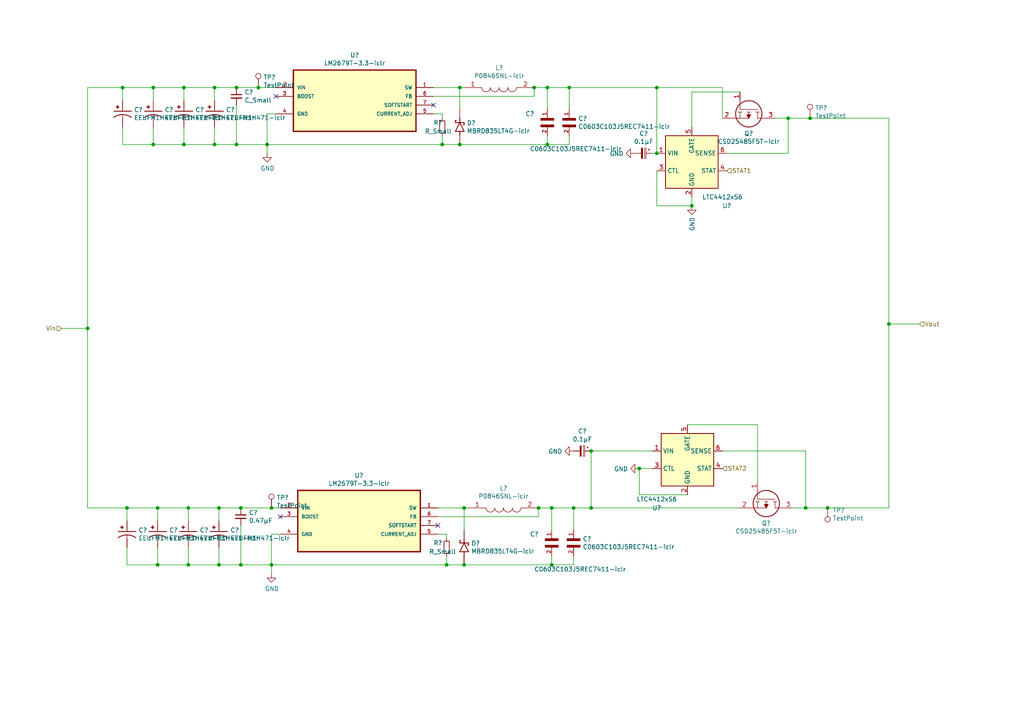
<source format=kicad_sch>
(kicad_sch (version 20211123) (generator eeschema)

  (uuid c38f28b6-5bd4-4cf9-b273-1e7b230f6b42)

  (paper "A4")

  (lib_symbols
    (symbol "Connector:TestPoint" (pin_numbers hide) (pin_names (offset 0.762) hide) (in_bom yes) (on_board yes)
      (property "Reference" "TP" (id 0) (at 0 6.858 0)
        (effects (font (size 1.27 1.27)))
      )
      (property "Value" "TestPoint" (id 1) (at 0 5.08 0)
        (effects (font (size 1.27 1.27)))
      )
      (property "Footprint" "" (id 2) (at 5.08 0 0)
        (effects (font (size 1.27 1.27)) hide)
      )
      (property "Datasheet" "~" (id 3) (at 5.08 0 0)
        (effects (font (size 1.27 1.27)) hide)
      )
      (property "ki_keywords" "test point tp" (id 4) (at 0 0 0)
        (effects (font (size 1.27 1.27)) hide)
      )
      (property "ki_description" "test point" (id 5) (at 0 0 0)
        (effects (font (size 1.27 1.27)) hide)
      )
      (property "ki_fp_filters" "Pin* Test*" (id 6) (at 0 0 0)
        (effects (font (size 1.27 1.27)) hide)
      )
      (symbol "TestPoint_0_1"
        (circle (center 0 3.302) (radius 0.762)
          (stroke (width 0) (type default) (color 0 0 0 0))
          (fill (type none))
        )
      )
      (symbol "TestPoint_1_1"
        (pin passive line (at 0 0 90) (length 2.54)
          (name "1" (effects (font (size 1.27 1.27))))
          (number "1" (effects (font (size 1.27 1.27))))
        )
      )
    )
    (symbol "Device:CP_Small" (pin_numbers hide) (pin_names (offset 0.254) hide) (in_bom yes) (on_board yes)
      (property "Reference" "C" (id 0) (at 0.254 1.778 0)
        (effects (font (size 1.27 1.27)) (justify left))
      )
      (property "Value" "Device_CP_Small" (id 1) (at 0.254 -2.032 0)
        (effects (font (size 1.27 1.27)) (justify left))
      )
      (property "Footprint" "" (id 2) (at 0 0 0)
        (effects (font (size 1.27 1.27)) hide)
      )
      (property "Datasheet" "" (id 3) (at 0 0 0)
        (effects (font (size 1.27 1.27)) hide)
      )
      (property "ki_fp_filters" "CP_*" (id 4) (at 0 0 0)
        (effects (font (size 1.27 1.27)) hide)
      )
      (symbol "CP_Small_0_1"
        (rectangle (start -1.524 -0.3048) (end 1.524 -0.6858)
          (stroke (width 0) (type default) (color 0 0 0 0))
          (fill (type outline))
        )
        (rectangle (start -1.524 0.6858) (end 1.524 0.3048)
          (stroke (width 0) (type default) (color 0 0 0 0))
          (fill (type none))
        )
        (polyline
          (pts
            (xy -1.27 1.524)
            (xy -0.762 1.524)
          )
          (stroke (width 0) (type default) (color 0 0 0 0))
          (fill (type none))
        )
        (polyline
          (pts
            (xy -1.016 1.27)
            (xy -1.016 1.778)
          )
          (stroke (width 0) (type default) (color 0 0 0 0))
          (fill (type none))
        )
      )
      (symbol "CP_Small_1_1"
        (pin passive line (at 0 2.54 270) (length 1.8542)
          (name "~" (effects (font (size 1.27 1.27))))
          (number "1" (effects (font (size 1.27 1.27))))
        )
        (pin passive line (at 0 -2.54 90) (length 1.8542)
          (name "~" (effects (font (size 1.27 1.27))))
          (number "2" (effects (font (size 1.27 1.27))))
        )
      )
    )
    (symbol "Device:C_Small" (pin_numbers hide) (pin_names (offset 0.254) hide) (in_bom yes) (on_board yes)
      (property "Reference" "C" (id 0) (at 0.254 1.778 0)
        (effects (font (size 1.27 1.27)) (justify left))
      )
      (property "Value" "C_Small" (id 1) (at 0.254 -2.032 0)
        (effects (font (size 1.27 1.27)) (justify left))
      )
      (property "Footprint" "" (id 2) (at 0 0 0)
        (effects (font (size 1.27 1.27)) hide)
      )
      (property "Datasheet" "~" (id 3) (at 0 0 0)
        (effects (font (size 1.27 1.27)) hide)
      )
      (property "ki_keywords" "capacitor cap" (id 4) (at 0 0 0)
        (effects (font (size 1.27 1.27)) hide)
      )
      (property "ki_description" "Unpolarized capacitor, small symbol" (id 5) (at 0 0 0)
        (effects (font (size 1.27 1.27)) hide)
      )
      (property "ki_fp_filters" "C_*" (id 6) (at 0 0 0)
        (effects (font (size 1.27 1.27)) hide)
      )
      (symbol "C_Small_0_1"
        (polyline
          (pts
            (xy -1.524 -0.508)
            (xy 1.524 -0.508)
          )
          (stroke (width 0.3302) (type default) (color 0 0 0 0))
          (fill (type none))
        )
        (polyline
          (pts
            (xy -1.524 0.508)
            (xy 1.524 0.508)
          )
          (stroke (width 0.3048) (type default) (color 0 0 0 0))
          (fill (type none))
        )
      )
      (symbol "C_Small_1_1"
        (pin passive line (at 0 2.54 270) (length 2.032)
          (name "~" (effects (font (size 1.27 1.27))))
          (number "1" (effects (font (size 1.27 1.27))))
        )
        (pin passive line (at 0 -2.54 90) (length 2.032)
          (name "~" (effects (font (size 1.27 1.27))))
          (number "2" (effects (font (size 1.27 1.27))))
        )
      )
    )
    (symbol "Device:R_Small" (pin_numbers hide) (pin_names (offset 0.254) hide) (in_bom yes) (on_board yes)
      (property "Reference" "R" (id 0) (at 0.762 0.508 0)
        (effects (font (size 1.27 1.27)) (justify left))
      )
      (property "Value" "R_Small" (id 1) (at 0.762 -1.016 0)
        (effects (font (size 1.27 1.27)) (justify left))
      )
      (property "Footprint" "" (id 2) (at 0 0 0)
        (effects (font (size 1.27 1.27)) hide)
      )
      (property "Datasheet" "~" (id 3) (at 0 0 0)
        (effects (font (size 1.27 1.27)) hide)
      )
      (property "ki_keywords" "R resistor" (id 4) (at 0 0 0)
        (effects (font (size 1.27 1.27)) hide)
      )
      (property "ki_description" "Resistor, small symbol" (id 5) (at 0 0 0)
        (effects (font (size 1.27 1.27)) hide)
      )
      (property "ki_fp_filters" "R_*" (id 6) (at 0 0 0)
        (effects (font (size 1.27 1.27)) hide)
      )
      (symbol "R_Small_0_1"
        (rectangle (start -0.762 1.778) (end 0.762 -1.778)
          (stroke (width 0.2032) (type default) (color 0 0 0 0))
          (fill (type none))
        )
      )
      (symbol "R_Small_1_1"
        (pin passive line (at 0 2.54 270) (length 0.762)
          (name "~" (effects (font (size 1.27 1.27))))
          (number "1" (effects (font (size 1.27 1.27))))
        )
        (pin passive line (at 0 -2.54 90) (length 0.762)
          (name "~" (effects (font (size 1.27 1.27))))
          (number "2" (effects (font (size 1.27 1.27))))
        )
      )
    )
    (symbol "Power_Management:LTC4412xS6" (in_bom yes) (on_board yes)
      (property "Reference" "U" (id 0) (at -6.35 8.89 0)
        (effects (font (size 1.27 1.27)))
      )
      (property "Value" "LTC4412xS6" (id 1) (at 6.35 8.89 0)
        (effects (font (size 1.27 1.27)))
      )
      (property "Footprint" "Package_TO_SOT_SMD:TSOT-23-6" (id 2) (at 16.51 -8.89 0)
        (effects (font (size 1.27 1.27)) hide)
      )
      (property "Datasheet" "https://www.analog.com/media/en/technical-documentation/data-sheets/4412fb.pdf" (id 3) (at 53.34 -5.08 0)
        (effects (font (size 1.27 1.27)) hide)
      )
      (property "ki_keywords" "ideal-diode or-ing" (id 4) (at 0 0 0)
        (effects (font (size 1.27 1.27)) hide)
      )
      (property "ki_description" "Low Loss PowerPath Controller, TSOT-23-6" (id 5) (at 0 0 0)
        (effects (font (size 1.27 1.27)) hide)
      )
      (property "ki_fp_filters" "TSOT?23*" (id 6) (at 0 0 0)
        (effects (font (size 1.27 1.27)) hide)
      )
      (symbol "LTC4412xS6_0_1"
        (rectangle (start -7.62 7.62) (end 7.62 -7.62)
          (stroke (width 0.254) (type default) (color 0 0 0 0))
          (fill (type background))
        )
      )
      (symbol "LTC4412xS6_1_1"
        (pin power_in line (at -10.16 2.54 0) (length 2.54)
          (name "VIN" (effects (font (size 1.27 1.27))))
          (number "1" (effects (font (size 1.27 1.27))))
        )
        (pin power_in line (at 0 -10.16 90) (length 2.54)
          (name "GND" (effects (font (size 1.27 1.27))))
          (number "2" (effects (font (size 1.27 1.27))))
        )
        (pin input line (at -10.16 -2.54 0) (length 2.54)
          (name "CTL" (effects (font (size 1.27 1.27))))
          (number "3" (effects (font (size 1.27 1.27))))
        )
        (pin open_collector line (at 10.16 -2.54 180) (length 2.54)
          (name "STAT" (effects (font (size 1.27 1.27))))
          (number "4" (effects (font (size 1.27 1.27))))
        )
        (pin output line (at 0 10.16 270) (length 2.54)
          (name "GATE" (effects (font (size 1.27 1.27))))
          (number "5" (effects (font (size 1.27 1.27))))
        )
        (pin input line (at 10.16 2.54 180) (length 2.54)
          (name "SENSE" (effects (font (size 1.27 1.27))))
          (number "6" (effects (font (size 1.27 1.27))))
        )
      )
    )
    (symbol "iclr:C0603C103J5REC7411-iclr" (pin_names (offset 1.016) hide) (in_bom yes) (on_board yes)
      (property "Reference" "C" (id 0) (at 0 3.81 0)
        (effects (font (size 1.27 1.27)) (justify left bottom))
      )
      (property "Value" "C0603C103J5REC7411-iclr" (id 1) (at 0 -5.08 0)
        (effects (font (size 1.27 1.27)) (justify left bottom))
      )
      (property "Footprint" "CAPC1608X87N" (id 2) (at 0 0 0)
        (effects (font (size 1.27 1.27)) (justify left bottom) hide)
      )
      (property "Datasheet" "" (id 3) (at 0 0 0)
        (effects (font (size 1.27 1.27)) (justify left bottom) hide)
      )
      (property "ki_locked" "" (id 4) (at 0 0 0)
        (effects (font (size 1.27 1.27)))
      )
      (symbol "C0603C103J5REC7411-iclr_0_0"
        (rectangle (start 0 -1.905) (end 0.635 1.905)
          (stroke (width 0) (type default) (color 0 0 0 0))
          (fill (type outline))
        )
        (rectangle (start 1.905 -1.905) (end 2.54 1.905)
          (stroke (width 0) (type default) (color 0 0 0 0))
          (fill (type outline))
        )
        (pin passive line (at -2.54 0 0) (length 2.54)
          (name "~" (effects (font (size 1.016 1.016))))
          (number "1" (effects (font (size 1.016 1.016))))
        )
        (pin passive line (at 5.08 0 180) (length 2.54)
          (name "~" (effects (font (size 1.016 1.016))))
          (number "2" (effects (font (size 1.016 1.016))))
        )
      )
    )
    (symbol "iclr:CSD25485F5T-iclr" (pin_names (offset 0.762)) (in_bom yes) (on_board yes)
      (property "Reference" "Q" (id 0) (at 11.43 3.81 0)
        (effects (font (size 1.27 1.27)) (justify left))
      )
      (property "Value" "CSD25485F5T-iclr" (id 1) (at 11.43 1.27 0)
        (effects (font (size 1.27 1.27)) (justify left))
      )
      (property "Footprint" "CSD13385F5" (id 2) (at 11.43 -1.27 0)
        (effects (font (size 1.27 1.27)) (justify left) hide)
      )
      (property "Datasheet" "http://www.ti.com/lit/gpn/CSD25485F5" (id 3) (at 11.43 -3.81 0)
        (effects (font (size 1.27 1.27)) (justify left) hide)
      )
      (property "Description" "-20V, P ch NexFET MOSFET, single LGA 0.8x1.5, 42mOhm" (id 4) (at 11.43 -6.35 0)
        (effects (font (size 1.27 1.27)) (justify left) hide)
      )
      (property "Height" "0" (id 5) (at 11.43 -8.89 0)
        (effects (font (size 1.27 1.27)) (justify left) hide)
      )
      (property "Manufacturer_Name" "Texas Instruments" (id 6) (at 11.43 -11.43 0)
        (effects (font (size 1.27 1.27)) (justify left) hide)
      )
      (property "Manufacturer_Part_Number" "CSD25485F5T" (id 7) (at 11.43 -13.97 0)
        (effects (font (size 1.27 1.27)) (justify left) hide)
      )
      (property "Mouser Part Number" "595-CSD25485F5T" (id 8) (at 11.43 -16.51 0)
        (effects (font (size 1.27 1.27)) (justify left) hide)
      )
      (property "Mouser Price/Stock" "https://www.mouser.co.uk/ProductDetail/Texas-Instruments/CSD25485F5T?qs=Bho%2FbeBaDExWIlvMtFx97A%3D%3D" (id 9) (at 11.43 -19.05 0)
        (effects (font (size 1.27 1.27)) (justify left) hide)
      )
      (property "Arrow Part Number" "CSD25485F5T" (id 10) (at 11.43 -21.59 0)
        (effects (font (size 1.27 1.27)) (justify left) hide)
      )
      (property "Arrow Price/Stock" "https://www.arrow.com/en/products/csd25485f5t/texas-instruments" (id 11) (at 11.43 -24.13 0)
        (effects (font (size 1.27 1.27)) (justify left) hide)
      )
      (symbol "CSD25485F5T-iclr_0_0"
        (pin passive line (at 0 0 0) (length 2.54)
          (name "~" (effects (font (size 1.27 1.27))))
          (number "1" (effects (font (size 1.27 1.27))))
        )
        (pin passive line (at 7.62 -5.08 90) (length 2.54)
          (name "~" (effects (font (size 1.27 1.27))))
          (number "2" (effects (font (size 1.27 1.27))))
        )
        (pin passive line (at 7.62 10.16 270) (length 2.54)
          (name "~" (effects (font (size 1.27 1.27))))
          (number "3" (effects (font (size 1.27 1.27))))
        )
      )
      (symbol "CSD25485F5T-iclr_0_1"
        (polyline
          (pts
            (xy 5.842 -0.508)
            (xy 5.842 0.508)
          )
          (stroke (width 0.1524) (type default) (color 0 0 0 0))
          (fill (type none))
        )
        (polyline
          (pts
            (xy 5.842 0)
            (xy 7.62 0)
          )
          (stroke (width 0.1524) (type default) (color 0 0 0 0))
          (fill (type none))
        )
        (polyline
          (pts
            (xy 5.842 2.032)
            (xy 5.842 3.048)
          )
          (stroke (width 0.1524) (type default) (color 0 0 0 0))
          (fill (type none))
        )
        (polyline
          (pts
            (xy 5.842 5.588)
            (xy 5.842 4.572)
          )
          (stroke (width 0.1524) (type default) (color 0 0 0 0))
          (fill (type none))
        )
        (polyline
          (pts
            (xy 7.62 2.54)
            (xy 5.842 2.54)
          )
          (stroke (width 0.1524) (type default) (color 0 0 0 0))
          (fill (type none))
        )
        (polyline
          (pts
            (xy 7.62 2.54)
            (xy 7.62 -2.54)
          )
          (stroke (width 0.1524) (type default) (color 0 0 0 0))
          (fill (type none))
        )
        (polyline
          (pts
            (xy 7.62 5.08)
            (xy 5.842 5.08)
          )
          (stroke (width 0.1524) (type default) (color 0 0 0 0))
          (fill (type none))
        )
        (polyline
          (pts
            (xy 7.62 5.08)
            (xy 7.62 7.62)
          )
          (stroke (width 0.1524) (type default) (color 0 0 0 0))
          (fill (type none))
        )
        (polyline
          (pts
            (xy 2.54 0)
            (xy 5.08 0)
            (xy 5.08 5.08)
          )
          (stroke (width 0.1524) (type default) (color 0 0 0 0))
          (fill (type none))
        )
        (polyline
          (pts
            (xy 7.62 2.54)
            (xy 6.604 3.048)
            (xy 6.604 2.032)
            (xy 7.62 2.54)
          )
          (stroke (width 0.254) (type default) (color 0 0 0 0))
          (fill (type outline))
        )
        (circle (center 6.35 2.54) (radius 3.81)
          (stroke (width 0.254) (type default) (color 0 0 0 0))
          (fill (type none))
        )
      )
    )
    (symbol "iclr:EEUFM1H471-iclr" (pin_numbers hide) (pin_names (offset 1.016) hide) (in_bom yes) (on_board yes)
      (property "Reference" "C" (id 0) (at -2.54 3.81 0)
        (effects (font (size 1.27 1.27)) (justify left bottom))
      )
      (property "Value" "EEUFM1H471-iclr" (id 1) (at -2.54 -5.08 0)
        (effects (font (size 1.27 1.27)) (justify left bottom))
      )
      (property "Footprint" "CAPPRD500W60D1250H2000" (id 2) (at 0 0 0)
        (effects (font (size 1.27 1.27)) (justify left bottom) hide)
      )
      (property "Datasheet" "" (id 3) (at 0 0 0)
        (effects (font (size 1.27 1.27)) (justify left bottom) hide)
      )
      (property "MF" "PANASONIC" (id 4) (at 0 0 0)
        (effects (font (size 1.27 1.27)) (justify left bottom) hide)
      )
      (property "b_nom" "0.6" (id 5) (at 0 0 0)
        (effects (font (size 1.27 1.27)) (justify left bottom) hide)
      )
      (property "A_max" "20" (id 6) (at 0 0 0)
        (effects (font (size 1.27 1.27)) (justify left bottom) hide)
      )
      (property "DESCRIPTION" "FM-A" (id 7) (at 0 0 0)
        (effects (font (size 1.27 1.27)) (justify left bottom) hide)
      )
      (property "PARTREV" "28-FEB-20" (id 8) (at 0 0 0)
        (effects (font (size 1.27 1.27)) (justify left bottom) hide)
      )
      (property "b_max" "0.65" (id 9) (at 0 0 0)
        (effects (font (size 1.27 1.27)) (justify left bottom) hide)
      )
      (property "e_nom" "5" (id 10) (at 0 0 0)
        (effects (font (size 1.27 1.27)) (justify left bottom) hide)
      )
      (property "D_nom" "12.5" (id 11) (at 0 0 0)
        (effects (font (size 1.27 1.27)) (justify left bottom) hide)
      )
      (property "ki_locked" "" (id 12) (at 0 0 0)
        (effects (font (size 1.27 1.27)))
      )
      (symbol "EEUFM1H471-iclr_0_0"
        (rectangle (start -1.1684 -1.524) (end -0.2794 -1.397)
          (stroke (width 0) (type default) (color 0 0 0 0))
          (fill (type outline))
        )
        (rectangle (start -0.7874 -1.905) (end -0.6604 -1.016)
          (stroke (width 0) (type default) (color 0 0 0 0))
          (fill (type outline))
        )
        (polyline
          (pts
            (xy 0 0)
            (xy 0.508 0)
          )
          (stroke (width 0.1524) (type default) (color 0 0 0 0))
          (fill (type none))
        )
        (polyline
          (pts
            (xy 0.508 0)
            (xy 0.508 -2.54)
          )
          (stroke (width 0.254) (type default) (color 0 0 0 0))
          (fill (type none))
        )
        (polyline
          (pts
            (xy 0.508 2.54)
            (xy 0.508 0)
          )
          (stroke (width 0.254) (type default) (color 0 0 0 0))
          (fill (type none))
        )
        (polyline
          (pts
            (xy 2.54 0)
            (xy 1.524 0)
          )
          (stroke (width 0.1524) (type default) (color 0 0 0 0))
          (fill (type none))
        )
        (arc (start 2.286 2.54) (mid 1.486 0) (end 2.286 -2.54)
          (stroke (width 0.254) (type default) (color 0 0 0 0))
          (fill (type none))
        )
        (pin passive line (at 5.08 0 180) (length 2.54)
          (name "~" (effects (font (size 1.016 1.016))))
          (number "N" (effects (font (size 1.016 1.016))))
        )
        (pin passive line (at -2.54 0 0) (length 2.54)
          (name "~" (effects (font (size 1.016 1.016))))
          (number "P" (effects (font (size 1.016 1.016))))
        )
      )
    )
    (symbol "iclr:LM2679T-3.3-iclr" (pin_names (offset 1.016)) (in_bom yes) (on_board yes)
      (property "Reference" "U" (id 0) (at -4.5974 6.2992 0)
        (effects (font (size 1.27 1.27)) (justify left bottom))
      )
      (property "Value" "LM2679T-3.3-iclr" (id 1) (at -5.3594 -15.6464 0)
        (effects (font (size 1.27 1.27)) (justify left bottom))
      )
      (property "Footprint" "TO127P457X1016X2052-7P" (id 2) (at 0 0 0)
        (effects (font (size 1.27 1.27)) (justify left bottom) hide)
      )
      (property "Datasheet" "" (id 3) (at 0 0 0)
        (effects (font (size 1.27 1.27)) (justify left bottom) hide)
      )
      (property "SUPPLIER" "National Semiconductor" (id 4) (at 0 0 0)
        (effects (font (size 1.27 1.27)) (justify left bottom) hide)
      )
      (property "PACKAGE" "TO220-7" (id 5) (at 0 0 0)
        (effects (font (size 1.27 1.27)) (justify left bottom) hide)
      )
      (property "MPN" "LM2679T-3.3" (id 6) (at 0 0 0)
        (effects (font (size 1.27 1.27)) (justify left bottom) hide)
      )
      (property "OC_NEWARK" "41K4227" (id 7) (at 0 0 0)
        (effects (font (size 1.27 1.27)) (justify left bottom) hide)
      )
      (property "OC_FARNELL" "-" (id 8) (at 0 0 0)
        (effects (font (size 1.27 1.27)) (justify left bottom) hide)
      )
      (property "ki_locked" "" (id 9) (at 0 0 0)
        (effects (font (size 1.27 1.27)))
      )
      (symbol "LM2679T-3.3-iclr_0_0"
        (rectangle (start -17.78 -12.7) (end 17.78 5.08)
          (stroke (width 0.4064) (type default) (color 0 0 0 0))
          (fill (type background))
        )
        (pin output line (at 22.86 0 180) (length 5.08)
          (name "SW" (effects (font (size 1.016 1.016))))
          (number "1" (effects (font (size 1.016 1.016))))
        )
        (pin input line (at -22.86 0 0) (length 5.08)
          (name "VIN" (effects (font (size 1.016 1.016))))
          (number "2" (effects (font (size 1.016 1.016))))
        )
        (pin passive line (at -22.86 -2.54 0) (length 5.08)
          (name "BOOST" (effects (font (size 1.016 1.016))))
          (number "3" (effects (font (size 1.016 1.016))))
        )
        (pin passive line (at -22.86 -7.62 0) (length 5.08)
          (name "GND" (effects (font (size 1.016 1.016))))
          (number "4" (effects (font (size 1.016 1.016))))
        )
        (pin passive line (at 22.86 -7.62 180) (length 5.08)
          (name "CURRENT_ADJ" (effects (font (size 1.016 1.016))))
          (number "5" (effects (font (size 1.016 1.016))))
        )
        (pin passive line (at 22.86 -2.54 180) (length 5.08)
          (name "FB" (effects (font (size 1.016 1.016))))
          (number "6" (effects (font (size 1.016 1.016))))
        )
        (pin passive line (at 22.86 -5.08 180) (length 5.08)
          (name "SOFTSTART" (effects (font (size 1.016 1.016))))
          (number "7" (effects (font (size 1.016 1.016))))
        )
      )
    )
    (symbol "iclr:MBRD835LT4G-iclr" (pin_numbers hide) (pin_names (offset 1.016) hide) (in_bom yes) (on_board yes)
      (property "Reference" "D" (id 0) (at -5.08 2.54 0)
        (effects (font (size 1.27 1.27)) (justify left bottom))
      )
      (property "Value" "MBRD835LT4G-iclr" (id 1) (at -5.08 -3.81 0)
        (effects (font (size 1.27 1.27)) (justify left bottom))
      )
      (property "Footprint" "DPAK229P990X238-3N" (id 2) (at 0 0 0)
        (effects (font (size 1.27 1.27)) (justify left bottom) hide)
      )
      (property "Datasheet" "" (id 3) (at 0 0 0)
        (effects (font (size 1.27 1.27)) (justify left bottom) hide)
      )
      (property "STANDARD" "IPC-7351B" (id 4) (at 0 0 0)
        (effects (font (size 1.27 1.27)) (justify left bottom) hide)
      )
      (property "MANUFACTURER" "On Semiconductor" (id 5) (at 0 0 0)
        (effects (font (size 1.27 1.27)) (justify left bottom) hide)
      )
      (property "PARTREV" "8" (id 6) (at 0 0 0)
        (effects (font (size 1.27 1.27)) (justify left bottom) hide)
      )
      (property "ki_locked" "" (id 7) (at 0 0 0)
        (effects (font (size 1.27 1.27)))
      )
      (symbol "MBRD835LT4G-iclr_0_0"
        (polyline
          (pts
            (xy -2.54 0)
            (xy -1.27 0)
          )
          (stroke (width 0.254) (type default) (color 0 0 0 0))
          (fill (type none))
        )
        (polyline
          (pts
            (xy -1.27 -1.27)
            (xy 1.27 0)
          )
          (stroke (width 0.254) (type default) (color 0 0 0 0))
          (fill (type none))
        )
        (polyline
          (pts
            (xy -1.27 0)
            (xy -1.27 -1.27)
          )
          (stroke (width 0.254) (type default) (color 0 0 0 0))
          (fill (type none))
        )
        (polyline
          (pts
            (xy -1.27 1.27)
            (xy -1.27 0)
          )
          (stroke (width 0.254) (type default) (color 0 0 0 0))
          (fill (type none))
        )
        (polyline
          (pts
            (xy 0.635 -1.016)
            (xy 0.635 -1.27)
          )
          (stroke (width 0.254) (type default) (color 0 0 0 0))
          (fill (type none))
        )
        (polyline
          (pts
            (xy 1.27 -1.27)
            (xy 0.635 -1.27)
          )
          (stroke (width 0.254) (type default) (color 0 0 0 0))
          (fill (type none))
        )
        (polyline
          (pts
            (xy 1.27 0)
            (xy -1.27 1.27)
          )
          (stroke (width 0.254) (type default) (color 0 0 0 0))
          (fill (type none))
        )
        (polyline
          (pts
            (xy 1.27 0)
            (xy 1.27 -1.27)
          )
          (stroke (width 0.254) (type default) (color 0 0 0 0))
          (fill (type none))
        )
        (polyline
          (pts
            (xy 1.27 1.27)
            (xy 1.27 0)
          )
          (stroke (width 0.254) (type default) (color 0 0 0 0))
          (fill (type none))
        )
        (polyline
          (pts
            (xy 1.905 1.27)
            (xy 1.27 1.27)
          )
          (stroke (width 0.254) (type default) (color 0 0 0 0))
          (fill (type none))
        )
        (polyline
          (pts
            (xy 1.905 1.27)
            (xy 1.905 1.016)
          )
          (stroke (width 0.254) (type default) (color 0 0 0 0))
          (fill (type none))
        )
        (polyline
          (pts
            (xy 2.54 0)
            (xy 1.27 0)
          )
          (stroke (width 0.254) (type default) (color 0 0 0 0))
          (fill (type none))
        )
        (pin passive line (at -5.08 0 0) (length 2.54)
          (name "~" (effects (font (size 1.016 1.016))))
          (number "1" (effects (font (size 1.016 1.016))))
        )
        (pin passive line (at -5.08 0 0) (length 2.54)
          (name "~" (effects (font (size 1.016 1.016))))
          (number "3" (effects (font (size 1.016 1.016))))
        )
        (pin passive line (at 5.08 0 180) (length 2.54)
          (name "~" (effects (font (size 1.016 1.016))))
          (number "4" (effects (font (size 1.016 1.016))))
        )
      )
    )
    (symbol "iclr:P0846SNL-iclr" (pin_names (offset 0.762)) (in_bom yes) (on_board yes)
      (property "Reference" "L" (id 0) (at 16.51 6.35 0)
        (effects (font (size 1.27 1.27)) (justify left))
      )
      (property "Value" "P0846SNL-iclr" (id 1) (at 16.51 3.81 0)
        (effects (font (size 1.27 1.27)) (justify left))
      )
      (property "Footprint" "P0846SNL" (id 2) (at 16.51 1.27 0)
        (effects (font (size 1.27 1.27)) (justify left) hide)
      )
      (property "Datasheet" "https://datasheet.datasheetarchive.com/originals/dk/DKDS-10/182482.pdf" (id 3) (at 16.51 -1.27 0)
        (effects (font (size 1.27 1.27)) (justify left) hide)
      )
      (property "Description" "Fixed Inductors 260KHZ SWITCHER IND" (id 4) (at 16.51 -3.81 0)
        (effects (font (size 1.27 1.27)) (justify left) hide)
      )
      (property "Height" "10.16" (id 5) (at 16.51 -6.35 0)
        (effects (font (size 1.27 1.27)) (justify left) hide)
      )
      (property "Manufacturer_Name" "Pulse" (id 6) (at 16.51 -8.89 0)
        (effects (font (size 1.27 1.27)) (justify left) hide)
      )
      (property "Manufacturer_Part_Number" "P0846SNL" (id 7) (at 16.51 -11.43 0)
        (effects (font (size 1.27 1.27)) (justify left) hide)
      )
      (property "Mouser Part Number" "673-P0846SNL" (id 8) (at 16.51 -13.97 0)
        (effects (font (size 1.27 1.27)) (justify left) hide)
      )
      (property "Mouser Price/Stock" "https://www.mouser.co.uk/ProductDetail/Pulse-Electronics/P0846SNL?qs=GY25Nw16qaXiqUAx%252BvLTgw%3D%3D" (id 9) (at 16.51 -16.51 0)
        (effects (font (size 1.27 1.27)) (justify left) hide)
      )
      (property "Arrow Part Number" "P0846SNL" (id 10) (at 16.51 -19.05 0)
        (effects (font (size 1.27 1.27)) (justify left) hide)
      )
      (property "Arrow Price/Stock" "https://www.arrow.com/en/products/p0846snl/pulse-electronics-corporation" (id 11) (at 16.51 -21.59 0)
        (effects (font (size 1.27 1.27)) (justify left) hide)
      )
      (symbol "P0846SNL-iclr_0_0"
        (pin passive line (at 0 0 0) (length 5.08)
          (name "~" (effects (font (size 1.27 1.27))))
          (number "1" (effects (font (size 1.27 1.27))))
        )
        (pin passive line (at 20.32 0 180) (length 5.08)
          (name "~" (effects (font (size 1.27 1.27))))
          (number "2" (effects (font (size 1.27 1.27))))
        )
      )
      (symbol "P0846SNL-iclr_0_1"
        (arc (start 5.08 0) (mid 6.35 -1.3218) (end 7.62 0)
          (stroke (width 0.1524) (type default) (color 0 0 0 0))
          (fill (type none))
        )
        (arc (start 7.62 0) (mid 8.89 -1.3218) (end 10.16 0)
          (stroke (width 0.1524) (type default) (color 0 0 0 0))
          (fill (type none))
        )
        (arc (start 10.16 0) (mid 11.43 -1.3218) (end 12.7 0)
          (stroke (width 0.1524) (type default) (color 0 0 0 0))
          (fill (type none))
        )
        (arc (start 12.7 0) (mid 13.97 -1.3218) (end 15.24 0)
          (stroke (width 0.1524) (type default) (color 0 0 0 0))
          (fill (type none))
        )
      )
    )
    (symbol "power:GND" (power) (pin_names (offset 0)) (in_bom yes) (on_board yes)
      (property "Reference" "#PWR" (id 0) (at 0 -6.35 0)
        (effects (font (size 1.27 1.27)) hide)
      )
      (property "Value" "GND" (id 1) (at 0 -3.81 0)
        (effects (font (size 1.27 1.27)))
      )
      (property "Footprint" "" (id 2) (at 0 0 0)
        (effects (font (size 1.27 1.27)) hide)
      )
      (property "Datasheet" "" (id 3) (at 0 0 0)
        (effects (font (size 1.27 1.27)) hide)
      )
      (property "ki_keywords" "power-flag" (id 4) (at 0 0 0)
        (effects (font (size 1.27 1.27)) hide)
      )
      (property "ki_description" "Power symbol creates a global label with name \"GND\" , ground" (id 5) (at 0 0 0)
        (effects (font (size 1.27 1.27)) hide)
      )
      (symbol "GND_0_1"
        (polyline
          (pts
            (xy 0 0)
            (xy 0 -1.27)
            (xy 1.27 -1.27)
            (xy 0 -2.54)
            (xy -1.27 -1.27)
            (xy 0 -1.27)
          )
          (stroke (width 0) (type default) (color 0 0 0 0))
          (fill (type none))
        )
      )
      (symbol "GND_1_1"
        (pin power_in line (at 0 0 270) (length 0) hide
          (name "GND" (effects (font (size 1.27 1.27))))
          (number "1" (effects (font (size 1.27 1.27))))
        )
      )
    )
  )

  (junction (at 128.27 41.91) (diameter 0) (color 0 0 0 0)
    (uuid 017667a9-f5de-49c7-af53-4f9af2f3a311)
  )
  (junction (at 69.85 163.83) (diameter 0) (color 0 0 0 0)
    (uuid 01c59306-91a3-452b-92b5-9af8f8f257d6)
  )
  (junction (at 166.37 147.32) (diameter 0) (color 0 0 0 0)
    (uuid 02491520-945f-40c4-9160-4e5db9ac115d)
  )
  (junction (at 134.62 147.32) (diameter 0) (color 0 0 0 0)
    (uuid 0f9b475c-adb7-41fc-b827-33d4eaa86b99)
  )
  (junction (at 25.4 95.25) (diameter 0) (color 0 0 0 0)
    (uuid 186c3f1e-1c94-498e-abf2-1069980f6633)
  )
  (junction (at 200.66 59.69) (diameter 0) (color 0 0 0 0)
    (uuid 19a5aacd-255a-4bf3-89c1-efd2ab61016c)
  )
  (junction (at 156.21 147.32) (diameter 0) (color 0 0 0 0)
    (uuid 1cbbfee4-06dd-44ee-af91-d336edf2459c)
  )
  (junction (at 77.47 41.91) (diameter 0) (color 0 0 0 0)
    (uuid 21ca1c08-b8a3-4bdc-9356-70a4d86ee444)
  )
  (junction (at 129.54 163.83) (diameter 0) (color 0 0 0 0)
    (uuid 24fd922c-d488-4d61-b6dc-9d3e359ccc82)
  )
  (junction (at 62.23 25.4) (diameter 0) (color 0 0 0 0)
    (uuid 26296271-780a-4da9-8e69-910d9240bca1)
  )
  (junction (at 233.68 147.32) (diameter 0) (color 0 0 0 0)
    (uuid 31070a40-077c-4123-96dd-e39f8a0007ce)
  )
  (junction (at 45.72 147.32) (diameter 0) (color 0 0 0 0)
    (uuid 315d2b15-cfe6-4672-b3ad-24773f3df12c)
  )
  (junction (at 185.42 135.89) (diameter 0) (color 0 0 0 0)
    (uuid 4be2b882-65e4-4552-9482-9d622928de2f)
  )
  (junction (at 171.45 130.81) (diameter 0) (color 0 0 0 0)
    (uuid 53ae21b8-f187-4817-8c27-1f06278d249b)
  )
  (junction (at 35.56 25.4) (diameter 0) (color 0 0 0 0)
    (uuid 56f0a67a-a93a-477a-9778-70fe2cfeeb5a)
  )
  (junction (at 257.81 93.98) (diameter 0) (color 0 0 0 0)
    (uuid 583b0bf3-0699-44db-b975-a241ad040fa4)
  )
  (junction (at 53.34 25.4) (diameter 0) (color 0 0 0 0)
    (uuid 5cc7655c-62f2-43d2-a7a5-eaa4635dada8)
  )
  (junction (at 160.02 163.83) (diameter 0) (color 0 0 0 0)
    (uuid 617498ce-8469-4f4b-9f2b-09a2437561eb)
  )
  (junction (at 74.93 25.4) (diameter 0) (color 0 0 0 0)
    (uuid 6999550c-f78a-4aae-9243-1b3881f5bb3b)
  )
  (junction (at 134.62 163.83) (diameter 0) (color 0 0 0 0)
    (uuid 6ee71a3c-fedb-4cc6-a3c6-f3d6f3ac6767)
  )
  (junction (at 62.23 41.91) (diameter 0) (color 0 0 0 0)
    (uuid 7043f61a-4f1e-4cab-9031-a6449e41a893)
  )
  (junction (at 190.5 44.45) (diameter 0) (color 0 0 0 0)
    (uuid 72f9157b-77da-4a6d-9880-0711b21f6e23)
  )
  (junction (at 234.95 34.29) (diameter 0) (color 0 0 0 0)
    (uuid 73a6ec8e-8641-4014-be28-4611d398be32)
  )
  (junction (at 63.5 147.32) (diameter 0) (color 0 0 0 0)
    (uuid 82907d2e-4560-49c2-9cfc-01b127317195)
  )
  (junction (at 171.45 147.32) (diameter 0) (color 0 0 0 0)
    (uuid 909d0bdd-8a15-40f2-9dfd-be4a5d2d6b25)
  )
  (junction (at 54.61 147.32) (diameter 0) (color 0 0 0 0)
    (uuid 90d503cf-92b2-4120-a4b0-03a2eddde893)
  )
  (junction (at 44.45 41.91) (diameter 0) (color 0 0 0 0)
    (uuid 92574e8a-729f-48de-afcb-97b4f5e826f8)
  )
  (junction (at 133.35 25.4) (diameter 0) (color 0 0 0 0)
    (uuid 92d938cc-f8b1-437d-8914-3d97a0938f67)
  )
  (junction (at 68.58 41.91) (diameter 0) (color 0 0 0 0)
    (uuid a1701438-3c8b-4b49-8695-36ec7f9ae4d2)
  )
  (junction (at 240.03 147.32) (diameter 0) (color 0 0 0 0)
    (uuid af7ed34f-31b5-4744-97e9-29e5f4d85343)
  )
  (junction (at 154.94 25.4) (diameter 0) (color 0 0 0 0)
    (uuid b4afdd30-7a78-4cd8-8670-bb6dd787dcdc)
  )
  (junction (at 228.6 34.29) (diameter 0) (color 0 0 0 0)
    (uuid b500fd76-a613-4f44-aac4-99213e86ff44)
  )
  (junction (at 54.61 163.83) (diameter 0) (color 0 0 0 0)
    (uuid b5cea0b5-192f-476b-a3c8-0c26e2231699)
  )
  (junction (at 160.02 147.32) (diameter 0) (color 0 0 0 0)
    (uuid b83b087e-7ec9-44e7-a1c9-81d5d26bbf79)
  )
  (junction (at 69.85 147.32) (diameter 0) (color 0 0 0 0)
    (uuid be118b00-015b-445a-8fc5-7bf35350fda8)
  )
  (junction (at 158.75 25.4) (diameter 0) (color 0 0 0 0)
    (uuid c2211bf7-6ed0-4800-9f21-d6a078bedba2)
  )
  (junction (at 78.74 163.83) (diameter 0) (color 0 0 0 0)
    (uuid c482f4f0-b441-4301-a9f1-c7f9e511d699)
  )
  (junction (at 133.35 41.91) (diameter 0) (color 0 0 0 0)
    (uuid cfec88d2-05ea-4320-9be6-2559d89ee700)
  )
  (junction (at 36.83 147.32) (diameter 0) (color 0 0 0 0)
    (uuid d5c86a84-6c8b-48b5-b583-2fe7052421ab)
  )
  (junction (at 53.34 41.91) (diameter 0) (color 0 0 0 0)
    (uuid d8d71ad3-6fd1-4a98-9c1f-70c4fbf3d1d1)
  )
  (junction (at 68.58 25.4) (diameter 0) (color 0 0 0 0)
    (uuid d8f24303-7e52-49a9-9e82-8d60c3aaa009)
  )
  (junction (at 78.74 147.32) (diameter 0) (color 0 0 0 0)
    (uuid e20929e2-2c15-4a75-b1ed-9caa9bd27df7)
  )
  (junction (at 44.45 25.4) (diameter 0) (color 0 0 0 0)
    (uuid e29e8d7d-cee8-47d4-8444-1d7032daf03c)
  )
  (junction (at 158.75 41.91) (diameter 0) (color 0 0 0 0)
    (uuid f565cf54-67ba-4424-8d47-087433645499)
  )
  (junction (at 190.5 25.4) (diameter 0) (color 0 0 0 0)
    (uuid f87a4771-a0a7-489f-9d85-4574dbea71cc)
  )
  (junction (at 63.5 163.83) (diameter 0) (color 0 0 0 0)
    (uuid fc13962a-a464-4fa2-b9a6-4c26667104ee)
  )
  (junction (at 45.72 163.83) (diameter 0) (color 0 0 0 0)
    (uuid fd34aa56-ded2-4e97-965a-a39457716f0c)
  )
  (junction (at 165.1 25.4) (diameter 0) (color 0 0 0 0)
    (uuid ffb86135-b43f-4a42-9aa6-73aa7ba972a9)
  )

  (no_connect (at 81.28 149.86) (uuid 3dbc1b14-20e2-4dcb-8347-d33c13d3f0e0))
  (no_connect (at 127 152.4) (uuid 4b534cd1-c414-4029-9164-e46766faf60e))
  (no_connect (at 80.01 27.94) (uuid 5fba7ff8-02f1-4ac0-93c4-5bd7becbcf63))
  (no_connect (at 125.73 30.48) (uuid 9c2a29da-c83f-4ec8-bbcf-9d775812af04))

  (wire (pts (xy 165.1 31.75) (xy 165.1 25.4))
    (stroke (width 0) (type default) (color 0 0 0 0))
    (uuid 009b0d62-e9ea-4825-9fdf-befd291c76ce)
  )
  (wire (pts (xy 134.62 163.83) (xy 160.02 163.83))
    (stroke (width 0) (type default) (color 0 0 0 0))
    (uuid 06b6db7e-5210-41ec-a47b-0127ebbe0786)
  )
  (wire (pts (xy 266.7 93.98) (xy 257.81 93.98))
    (stroke (width 0) (type default) (color 0 0 0 0))
    (uuid 094dc71e-7ea9-4e30-8ba7-749216ec2a8b)
  )
  (wire (pts (xy 45.72 151.13) (xy 45.72 147.32))
    (stroke (width 0) (type default) (color 0 0 0 0))
    (uuid 0a79db37-f1d9-40b1-a24d-8bdfb8f637e2)
  )
  (wire (pts (xy 68.58 30.48) (xy 68.58 41.91))
    (stroke (width 0) (type default) (color 0 0 0 0))
    (uuid 1053b01a-057e-4e79-a21c-42780a737ea9)
  )
  (wire (pts (xy 53.34 41.91) (xy 62.23 41.91))
    (stroke (width 0) (type default) (color 0 0 0 0))
    (uuid 105d44ff-63b9-4299-9078-473af583971a)
  )
  (wire (pts (xy 78.74 163.83) (xy 129.54 163.83))
    (stroke (width 0) (type default) (color 0 0 0 0))
    (uuid 15a5a11b-0ea1-4f6e-b356-cc2d530615ed)
  )
  (wire (pts (xy 36.83 147.32) (xy 36.83 151.13))
    (stroke (width 0) (type default) (color 0 0 0 0))
    (uuid 188eabba-12a3-47b7-9be1-03f0c5a948eb)
  )
  (wire (pts (xy 62.23 25.4) (xy 68.58 25.4))
    (stroke (width 0) (type default) (color 0 0 0 0))
    (uuid 1a7e7b16-fc7c-4e64-9ace-48cc78112437)
  )
  (wire (pts (xy 128.27 33.02) (xy 128.27 34.29))
    (stroke (width 0) (type default) (color 0 0 0 0))
    (uuid 1ae3634a-f90f-4c6a-8ba7-b38f98d4ccb2)
  )
  (wire (pts (xy 160.02 163.83) (xy 160.02 161.29))
    (stroke (width 0) (type default) (color 0 0 0 0))
    (uuid 1c92f382-4ec3-478f-a1ca-afadd3087787)
  )
  (wire (pts (xy 160.02 147.32) (xy 166.37 147.32))
    (stroke (width 0) (type default) (color 0 0 0 0))
    (uuid 2765a021-71f1-4136-b72b-81c2c6882946)
  )
  (wire (pts (xy 228.6 34.29) (xy 234.95 34.29))
    (stroke (width 0) (type default) (color 0 0 0 0))
    (uuid 278deae2-fb37-4957-b2cb-afac30cacb12)
  )
  (wire (pts (xy 185.42 143.51) (xy 185.42 135.89))
    (stroke (width 0) (type default) (color 0 0 0 0))
    (uuid 27e3c71f-5a63-4710-8adf-b600b805ce02)
  )
  (wire (pts (xy 257.81 93.98) (xy 257.81 147.32))
    (stroke (width 0) (type default) (color 0 0 0 0))
    (uuid 28d267fd-6d61-43bb-9705-8d59d7a44e81)
  )
  (wire (pts (xy 36.83 158.75) (xy 36.83 163.83))
    (stroke (width 0) (type default) (color 0 0 0 0))
    (uuid 2ad4b4ba-3abd-4313-bed9-1edce936a95e)
  )
  (wire (pts (xy 35.56 41.91) (xy 44.45 41.91))
    (stroke (width 0) (type default) (color 0 0 0 0))
    (uuid 2bbd6c26-4114-4518-8f4a-c6fdadc046b6)
  )
  (wire (pts (xy 158.75 31.75) (xy 158.75 25.4))
    (stroke (width 0) (type default) (color 0 0 0 0))
    (uuid 3273ec61-4a33-41c2-82bf-cde7c8587c1b)
  )
  (wire (pts (xy 154.94 27.94) (xy 154.94 25.4))
    (stroke (width 0) (type default) (color 0 0 0 0))
    (uuid 3382bf79-b686-4aeb-9419-c8ab591662bb)
  )
  (wire (pts (xy 234.95 34.29) (xy 257.81 34.29))
    (stroke (width 0) (type default) (color 0 0 0 0))
    (uuid 3388a811-b444-4ecc-a564-b22a1b731ab4)
  )
  (wire (pts (xy 62.23 36.83) (xy 62.23 41.91))
    (stroke (width 0) (type default) (color 0 0 0 0))
    (uuid 341e67eb-d5e1-4cb7-9d11-5aa4ab832a2a)
  )
  (wire (pts (xy 166.37 163.83) (xy 166.37 161.29))
    (stroke (width 0) (type default) (color 0 0 0 0))
    (uuid 3e147ce1-21a6-4e77-a3db-fd00d575cd22)
  )
  (wire (pts (xy 81.28 154.94) (xy 78.74 154.94))
    (stroke (width 0) (type default) (color 0 0 0 0))
    (uuid 3f43c2dc-daa2-45ba-b8ca-7ae5aebed882)
  )
  (wire (pts (xy 128.27 41.91) (xy 133.35 41.91))
    (stroke (width 0) (type default) (color 0 0 0 0))
    (uuid 3f9f133b-59b8-4791-b0ab-6fa861da9e3f)
  )
  (wire (pts (xy 53.34 36.83) (xy 53.34 41.91))
    (stroke (width 0) (type default) (color 0 0 0 0))
    (uuid 41ab46ed-40f5-461d-81aa-1f02dc069a49)
  )
  (wire (pts (xy 224.79 34.29) (xy 228.6 34.29))
    (stroke (width 0) (type default) (color 0 0 0 0))
    (uuid 44e77d57-d16f-4723-a95f-1ac45276c458)
  )
  (wire (pts (xy 25.4 147.32) (xy 36.83 147.32))
    (stroke (width 0) (type default) (color 0 0 0 0))
    (uuid 45836d49-cd5f-417d-b0f6-c8b43d196a36)
  )
  (wire (pts (xy 45.72 147.32) (xy 54.61 147.32))
    (stroke (width 0) (type default) (color 0 0 0 0))
    (uuid 45a58c23-3e6d-4df0-af01-6d5948b0075c)
  )
  (wire (pts (xy 134.62 25.4) (xy 133.35 25.4))
    (stroke (width 0) (type default) (color 0 0 0 0))
    (uuid 4c144ffa-02d0-42da-aef1-f5175cbde9c0)
  )
  (wire (pts (xy 171.45 147.32) (xy 214.63 147.32))
    (stroke (width 0) (type default) (color 0 0 0 0))
    (uuid 4c6a1dad-7acf-4a52-99b0-316025d1ab04)
  )
  (wire (pts (xy 35.56 36.83) (xy 35.56 41.91))
    (stroke (width 0) (type default) (color 0 0 0 0))
    (uuid 4e7a230a-c1a4-4455-81ee-277835acf4a2)
  )
  (wire (pts (xy 129.54 154.94) (xy 129.54 156.21))
    (stroke (width 0) (type default) (color 0 0 0 0))
    (uuid 4ef07d45-f940-4cb6-bb96-2ddec13fd099)
  )
  (wire (pts (xy 154.94 25.4) (xy 158.75 25.4))
    (stroke (width 0) (type default) (color 0 0 0 0))
    (uuid 4f3dc5bc-04e8-4dcc-91dd-8782e84f321d)
  )
  (wire (pts (xy 62.23 25.4) (xy 62.23 29.21))
    (stroke (width 0) (type default) (color 0 0 0 0))
    (uuid 4fc3183f-297c-42b7-b3bd-25a9ea18c844)
  )
  (wire (pts (xy 156.21 147.32) (xy 160.02 147.32))
    (stroke (width 0) (type default) (color 0 0 0 0))
    (uuid 50a799a7-f8f3-4f13-9288-b10696e9a7da)
  )
  (wire (pts (xy 240.03 147.32) (xy 257.81 147.32))
    (stroke (width 0) (type default) (color 0 0 0 0))
    (uuid 5160b3d5-0622-412f-84ed-9900be82a5a6)
  )
  (wire (pts (xy 128.27 33.02) (xy 125.73 33.02))
    (stroke (width 0) (type default) (color 0 0 0 0))
    (uuid 51f5536d-48d2-4807-be44-93f427952b0e)
  )
  (wire (pts (xy 54.61 163.83) (xy 63.5 163.83))
    (stroke (width 0) (type default) (color 0 0 0 0))
    (uuid 524d7aa8-362f-459a-b2ae-4ca2a0b1612b)
  )
  (wire (pts (xy 200.66 26.67) (xy 200.66 36.83))
    (stroke (width 0) (type default) (color 0 0 0 0))
    (uuid 5626e5e1-59f4-4773-828e-16057ddc3518)
  )
  (wire (pts (xy 54.61 147.32) (xy 54.61 151.13))
    (stroke (width 0) (type default) (color 0 0 0 0))
    (uuid 5641be26-f5e9-482f-8616-297f17f4eae2)
  )
  (wire (pts (xy 127 149.86) (xy 156.21 149.86))
    (stroke (width 0) (type default) (color 0 0 0 0))
    (uuid 59ee13a4-660e-47e2-a73a-01cfe11439e9)
  )
  (wire (pts (xy 45.72 147.32) (xy 36.83 147.32))
    (stroke (width 0) (type default) (color 0 0 0 0))
    (uuid 5a319d05-1a85-43fe-a179-ebcee7212a03)
  )
  (wire (pts (xy 35.56 25.4) (xy 35.56 29.21))
    (stroke (width 0) (type default) (color 0 0 0 0))
    (uuid 5c1d6842-15a5-4f73-b198-8836681840a1)
  )
  (wire (pts (xy 158.75 25.4) (xy 165.1 25.4))
    (stroke (width 0) (type default) (color 0 0 0 0))
    (uuid 62cbcc21-2cec-41ab-be06-499e1a78d7e7)
  )
  (wire (pts (xy 171.45 147.32) (xy 166.37 147.32))
    (stroke (width 0) (type default) (color 0 0 0 0))
    (uuid 64269ac3-771b-4c0d-91e0-eafc3dc4a07f)
  )
  (wire (pts (xy 53.34 25.4) (xy 53.34 29.21))
    (stroke (width 0) (type default) (color 0 0 0 0))
    (uuid 6a1ae8ee-dea6-4015-b83e-baf8fcdfaf0f)
  )
  (wire (pts (xy 233.68 147.32) (xy 240.03 147.32))
    (stroke (width 0) (type default) (color 0 0 0 0))
    (uuid 70186eba-dcad-4878-bf16-887f6eee49df)
  )
  (wire (pts (xy 171.45 130.81) (xy 189.23 130.81))
    (stroke (width 0) (type default) (color 0 0 0 0))
    (uuid 717b25a7-c9c2-4f6f-b744-a96113325c99)
  )
  (wire (pts (xy 134.62 147.32) (xy 127 147.32))
    (stroke (width 0) (type default) (color 0 0 0 0))
    (uuid 71a9f036-1f13-462e-ac9e-81caaaa7f807)
  )
  (wire (pts (xy 25.4 25.4) (xy 25.4 95.25))
    (stroke (width 0) (type default) (color 0 0 0 0))
    (uuid 761492e2-a989-4596-80c3-fcd6943df072)
  )
  (wire (pts (xy 214.63 26.67) (xy 200.66 26.67))
    (stroke (width 0) (type default) (color 0 0 0 0))
    (uuid 7700fef1-de5b-4197-be2d-18385e1e18f9)
  )
  (wire (pts (xy 158.75 41.91) (xy 165.1 41.91))
    (stroke (width 0) (type default) (color 0 0 0 0))
    (uuid 778b0e81-d70b-4705-ae45-b4c475c88dab)
  )
  (wire (pts (xy 77.47 33.02) (xy 77.47 41.91))
    (stroke (width 0) (type default) (color 0 0 0 0))
    (uuid 784e3230-2053-4bc9-a786-5ac2bd0df0f5)
  )
  (wire (pts (xy 160.02 153.67) (xy 160.02 147.32))
    (stroke (width 0) (type default) (color 0 0 0 0))
    (uuid 78a228c9-bbf0-49cf-b917-2dec23b390df)
  )
  (wire (pts (xy 210.82 44.45) (xy 228.6 44.45))
    (stroke (width 0) (type default) (color 0 0 0 0))
    (uuid 792ace59-9f73-49b7-92df-01568ab2b00b)
  )
  (wire (pts (xy 44.45 25.4) (xy 35.56 25.4))
    (stroke (width 0) (type default) (color 0 0 0 0))
    (uuid 7ac1ccc5-26c5-4b73-8425-7bbec927bf24)
  )
  (wire (pts (xy 135.89 147.32) (xy 134.62 147.32))
    (stroke (width 0) (type default) (color 0 0 0 0))
    (uuid 7ce4aab5-8271-4432-a4b1-bff168293b45)
  )
  (wire (pts (xy 128.27 39.37) (xy 128.27 41.91))
    (stroke (width 0) (type default) (color 0 0 0 0))
    (uuid 7d2422a2-6679-4b2f-b253-47eef0da2414)
  )
  (wire (pts (xy 160.02 163.83) (xy 166.37 163.83))
    (stroke (width 0) (type default) (color 0 0 0 0))
    (uuid 7e90deb5-aef9-4d2b-a440-4cb0dbfaaa93)
  )
  (wire (pts (xy 63.5 151.13) (xy 63.5 147.32))
    (stroke (width 0) (type default) (color 0 0 0 0))
    (uuid 80ace02d-cb21-4f08-bc25-572a9e56ff99)
  )
  (wire (pts (xy 54.61 158.75) (xy 54.61 163.83))
    (stroke (width 0) (type default) (color 0 0 0 0))
    (uuid 8313e187-c805-4927-8002-313a51839243)
  )
  (wire (pts (xy 190.5 25.4) (xy 190.5 44.45))
    (stroke (width 0) (type default) (color 0 0 0 0))
    (uuid 848901d5-fdee-4920-a04d-fbc03c912e79)
  )
  (wire (pts (xy 54.61 147.32) (xy 63.5 147.32))
    (stroke (width 0) (type default) (color 0 0 0 0))
    (uuid 86143bb0-7899-4df8-b1df-baa3c0ac7889)
  )
  (wire (pts (xy 53.34 25.4) (xy 62.23 25.4))
    (stroke (width 0) (type default) (color 0 0 0 0))
    (uuid 8efe6411-1919-4082-b5b8-393585e068c8)
  )
  (wire (pts (xy 190.5 49.53) (xy 190.5 59.69))
    (stroke (width 0) (type default) (color 0 0 0 0))
    (uuid 8fbab3d0-cb5e-47c7-8764-6fa3c0e4e5f7)
  )
  (wire (pts (xy 63.5 158.75) (xy 63.5 163.83))
    (stroke (width 0) (type default) (color 0 0 0 0))
    (uuid 8fd0b33a-45bf-4216-9d7e-a62e1c071730)
  )
  (wire (pts (xy 228.6 44.45) (xy 228.6 34.29))
    (stroke (width 0) (type default) (color 0 0 0 0))
    (uuid 900cb6c8-1d05-4537-a4f0-9a7cc1a2ea1c)
  )
  (wire (pts (xy 158.75 41.91) (xy 158.75 39.37))
    (stroke (width 0) (type default) (color 0 0 0 0))
    (uuid 905b154b-e92b-469d-b2e2-340d67daddb7)
  )
  (wire (pts (xy 165.1 25.4) (xy 190.5 25.4))
    (stroke (width 0) (type default) (color 0 0 0 0))
    (uuid 926b329f-cd0d-410a-bc4a-e36446f8965a)
  )
  (wire (pts (xy 190.5 25.4) (xy 209.55 25.4))
    (stroke (width 0) (type default) (color 0 0 0 0))
    (uuid 9404ce4c-2ce6-4f88-8062-13577800d257)
  )
  (wire (pts (xy 134.62 153.67) (xy 134.62 147.32))
    (stroke (width 0) (type default) (color 0 0 0 0))
    (uuid 9600911d-0df3-419b-8d4a-8d1432a7daf2)
  )
  (wire (pts (xy 80.01 33.02) (xy 77.47 33.02))
    (stroke (width 0) (type default) (color 0 0 0 0))
    (uuid a04f8542-6c38-4d5c-bdbb-c8e0311a0936)
  )
  (wire (pts (xy 44.45 25.4) (xy 53.34 25.4))
    (stroke (width 0) (type default) (color 0 0 0 0))
    (uuid a08c061a-7f5b-4909-b673-0d0a59a012a3)
  )
  (wire (pts (xy 200.66 57.15) (xy 200.66 59.69))
    (stroke (width 0) (type default) (color 0 0 0 0))
    (uuid a25ec672-f935-4d0c-ae67-7c3ebe078d85)
  )
  (wire (pts (xy 74.93 25.4) (xy 80.01 25.4))
    (stroke (width 0) (type default) (color 0 0 0 0))
    (uuid a2a33a3d-c501-4e33-b67b-7d07ef8aa4a7)
  )
  (wire (pts (xy 171.45 130.81) (xy 171.45 147.32))
    (stroke (width 0) (type default) (color 0 0 0 0))
    (uuid a43f2e19-4e11-4e86-a12a-58a691d6df28)
  )
  (wire (pts (xy 199.39 123.19) (xy 219.71 123.19))
    (stroke (width 0) (type default) (color 0 0 0 0))
    (uuid a46a2b22-69cf-45fb-b1d2-32ac89bbd3c8)
  )
  (wire (pts (xy 69.85 152.4) (xy 69.85 163.83))
    (stroke (width 0) (type default) (color 0 0 0 0))
    (uuid a4911204-1308-4d17-90a9-1ff5f9c57c9b)
  )
  (wire (pts (xy 44.45 29.21) (xy 44.45 25.4))
    (stroke (width 0) (type default) (color 0 0 0 0))
    (uuid a819bf9a-0c8b-443a-b488-e5f1395d77ad)
  )
  (wire (pts (xy 63.5 147.32) (xy 69.85 147.32))
    (stroke (width 0) (type default) (color 0 0 0 0))
    (uuid ab34b936-8ca5-4be1-8599-504cb86609fc)
  )
  (wire (pts (xy 156.21 149.86) (xy 156.21 147.32))
    (stroke (width 0) (type default) (color 0 0 0 0))
    (uuid ac8576da-4e00-41a0-9609-eb655e96e10b)
  )
  (wire (pts (xy 77.47 41.91) (xy 128.27 41.91))
    (stroke (width 0) (type default) (color 0 0 0 0))
    (uuid b1731e91-7698-42fa-ad60-5c60fdd0e1fc)
  )
  (wire (pts (xy 233.68 130.81) (xy 233.68 147.32))
    (stroke (width 0) (type default) (color 0 0 0 0))
    (uuid b4fbe1fb-a9a3-4020-9a82-d3fa1900cd85)
  )
  (wire (pts (xy 229.87 147.32) (xy 233.68 147.32))
    (stroke (width 0) (type default) (color 0 0 0 0))
    (uuid b5d84bc0-4d9a-4d1d-a476-5c6b51309fca)
  )
  (wire (pts (xy 44.45 41.91) (xy 53.34 41.91))
    (stroke (width 0) (type default) (color 0 0 0 0))
    (uuid b6924901-677d-424a-a3f4-52c8dd1fa5f5)
  )
  (wire (pts (xy 189.23 44.45) (xy 190.5 44.45))
    (stroke (width 0) (type default) (color 0 0 0 0))
    (uuid b7dfd91c-6180-48d0-832a-f6a5a032a686)
  )
  (wire (pts (xy 45.72 158.75) (xy 45.72 163.83))
    (stroke (width 0) (type default) (color 0 0 0 0))
    (uuid bc01f3e7-a131-4f66-8abc-cc13e855d5e5)
  )
  (wire (pts (xy 209.55 130.81) (xy 233.68 130.81))
    (stroke (width 0) (type default) (color 0 0 0 0))
    (uuid bc05cdd5-f72f-4c21-b397-0fa889871114)
  )
  (wire (pts (xy 125.73 27.94) (xy 154.94 27.94))
    (stroke (width 0) (type default) (color 0 0 0 0))
    (uuid bc204c79-0619-4b16-889d-335bfdd71ce0)
  )
  (wire (pts (xy 257.81 34.29) (xy 257.81 93.98))
    (stroke (width 0) (type default) (color 0 0 0 0))
    (uuid bcfbc157-43ce-49f7-bd18-6a9e2f2f30a3)
  )
  (wire (pts (xy 36.83 163.83) (xy 45.72 163.83))
    (stroke (width 0) (type default) (color 0 0 0 0))
    (uuid cd2580a0-9e4c-4895-a13c-3b2ee33bafc4)
  )
  (wire (pts (xy 190.5 59.69) (xy 200.66 59.69))
    (stroke (width 0) (type default) (color 0 0 0 0))
    (uuid ce3f834f-337d-4957-8d02-e900d7024614)
  )
  (wire (pts (xy 17.78 95.25) (xy 25.4 95.25))
    (stroke (width 0) (type default) (color 0 0 0 0))
    (uuid cfcae4a3-5d05-48fe-9a5f-9dcd4da4bd65)
  )
  (wire (pts (xy 133.35 31.75) (xy 133.35 25.4))
    (stroke (width 0) (type default) (color 0 0 0 0))
    (uuid d04eabf5-018b-4006-a739-ce16277681b7)
  )
  (wire (pts (xy 129.54 154.94) (xy 127 154.94))
    (stroke (width 0) (type default) (color 0 0 0 0))
    (uuid d337c492-7429-4618-b378-df29f72737e3)
  )
  (wire (pts (xy 166.37 153.67) (xy 166.37 147.32))
    (stroke (width 0) (type default) (color 0 0 0 0))
    (uuid d70bfdec-de0f-45e5-9452-2cd5d12b83b9)
  )
  (wire (pts (xy 62.23 41.91) (xy 68.58 41.91))
    (stroke (width 0) (type default) (color 0 0 0 0))
    (uuid de438bc3-2eba-4b9f-95e9-35ce5db157f6)
  )
  (wire (pts (xy 199.39 143.51) (xy 185.42 143.51))
    (stroke (width 0) (type default) (color 0 0 0 0))
    (uuid de588ed9-a530-46f0-aa03-e0307ff72286)
  )
  (wire (pts (xy 165.1 41.91) (xy 165.1 39.37))
    (stroke (width 0) (type default) (color 0 0 0 0))
    (uuid dfba7148-cad3-4f40-9835-b1394bd30a2c)
  )
  (wire (pts (xy 45.72 163.83) (xy 54.61 163.83))
    (stroke (width 0) (type default) (color 0 0 0 0))
    (uuid e002a979-85bc-451a-a77b-29ce2a8f19f9)
  )
  (wire (pts (xy 78.74 154.94) (xy 78.74 163.83))
    (stroke (width 0) (type default) (color 0 0 0 0))
    (uuid e1fe6230-75c5-4750-aaea-24a9b80589d8)
  )
  (wire (pts (xy 78.74 163.83) (xy 78.74 166.37))
    (stroke (width 0) (type default) (color 0 0 0 0))
    (uuid e6e468d8-2bb7-49d5-a4d0-fde0f6bbe8c6)
  )
  (wire (pts (xy 69.85 147.32) (xy 78.74 147.32))
    (stroke (width 0) (type default) (color 0 0 0 0))
    (uuid e8312cc4-6502-4783-b578-55c01e0393af)
  )
  (wire (pts (xy 69.85 163.83) (xy 78.74 163.83))
    (stroke (width 0) (type default) (color 0 0 0 0))
    (uuid ef3a2f4c-5879-4e98-ad30-6b8614410fba)
  )
  (wire (pts (xy 25.4 95.25) (xy 25.4 147.32))
    (stroke (width 0) (type default) (color 0 0 0 0))
    (uuid ef400389-7e37-4c93-8647-76318089d59f)
  )
  (wire (pts (xy 77.47 41.91) (xy 77.47 44.45))
    (stroke (width 0) (type default) (color 0 0 0 0))
    (uuid f1c2e9b0-6f9f-485b-b482-d408df476d0f)
  )
  (wire (pts (xy 63.5 163.83) (xy 69.85 163.83))
    (stroke (width 0) (type default) (color 0 0 0 0))
    (uuid f240e733-157e-4a15-812f-78f42d8a8322)
  )
  (wire (pts (xy 209.55 25.4) (xy 209.55 34.29))
    (stroke (width 0) (type default) (color 0 0 0 0))
    (uuid f2c43eeb-76da-49f4-b8e6-cd74ebb3190b)
  )
  (wire (pts (xy 35.56 25.4) (xy 25.4 25.4))
    (stroke (width 0) (type default) (color 0 0 0 0))
    (uuid f66bb685-9833-454c-bf31-b96598f50347)
  )
  (wire (pts (xy 133.35 41.91) (xy 158.75 41.91))
    (stroke (width 0) (type default) (color 0 0 0 0))
    (uuid f7475c2a-e91e-435c-bec2-3307ef3e1f94)
  )
  (wire (pts (xy 68.58 41.91) (xy 77.47 41.91))
    (stroke (width 0) (type default) (color 0 0 0 0))
    (uuid f8a90052-1a8b-4ce5-a1fd-87db944dceac)
  )
  (wire (pts (xy 189.23 135.89) (xy 185.42 135.89))
    (stroke (width 0) (type default) (color 0 0 0 0))
    (uuid f8e92727-5789-4ef6-9dc3-be888ad72e45)
  )
  (wire (pts (xy 129.54 163.83) (xy 134.62 163.83))
    (stroke (width 0) (type default) (color 0 0 0 0))
    (uuid f8e9fc00-8f60-4688-b1c9-6de1e4c0c204)
  )
  (wire (pts (xy 78.74 147.32) (xy 81.28 147.32))
    (stroke (width 0) (type default) (color 0 0 0 0))
    (uuid faa605d9-8c1c-4d31-b7c1-3dc31a22eb34)
  )
  (wire (pts (xy 133.35 25.4) (xy 125.73 25.4))
    (stroke (width 0) (type default) (color 0 0 0 0))
    (uuid fab985e9-e679-4dd8-a59c-e3195d08506a)
  )
  (wire (pts (xy 68.58 25.4) (xy 74.93 25.4))
    (stroke (width 0) (type default) (color 0 0 0 0))
    (uuid fcb4f52a-a6cb-4ca0-970a-4c8a2c0f3942)
  )
  (wire (pts (xy 129.54 161.29) (xy 129.54 163.83))
    (stroke (width 0) (type default) (color 0 0 0 0))
    (uuid fe1ad3bd-92cc-4e1c-8cc9-a77278095945)
  )
  (wire (pts (xy 44.45 36.83) (xy 44.45 41.91))
    (stroke (width 0) (type default) (color 0 0 0 0))
    (uuid fe4068b9-89da-4c59-ba51-b5949772f5d8)
  )
  (wire (pts (xy 219.71 123.19) (xy 219.71 139.7))
    (stroke (width 0) (type default) (color 0 0 0 0))
    (uuid fe9bdc33-eab1-4bdc-9603-57decb38d2a2)
  )

  (hierarchical_label "Vin" (shape input) (at 17.78 95.25 180)
    (effects (font (size 1.27 1.27)) (justify right))
    (uuid 92d17eb0-c75d-48d9-ae9e-ea0c7f723be4)
  )
  (hierarchical_label "STAT2" (shape input) (at 209.55 135.89 0)
    (effects (font (size 1.27 1.27)) (justify left))
    (uuid a86cc026-cc17-4a81-85bf-4c26f61b9f32)
  )
  (hierarchical_label "STAT1" (shape input) (at 210.82 49.53 0)
    (effects (font (size 1.27 1.27)) (justify left))
    (uuid b1240f00-ec43-4c0b-9a41-43264db8a893)
  )
  (hierarchical_label "Vout" (shape input) (at 266.7 93.98 0)
    (effects (font (size 1.27 1.27)) (justify left))
    (uuid fc12372f-6e31-40f9-8043-b00b861f0171)
  )

  (symbol (lib_id "Device:C_Small") (at 69.85 149.86 0) (unit 1)
    (in_bom yes) (on_board yes)
    (uuid 00000000-0000-0000-0000-000061f0b5fb)
    (property "Reference" "C?" (id 0) (at 72.1868 148.6916 0)
      (effects (font (size 1.27 1.27)) (justify left))
    )
    (property "Value" "0.47μF" (id 1) (at 72.1868 151.003 0)
      (effects (font (size 1.27 1.27)) (justify left))
    )
    (property "Footprint" "" (id 2) (at 69.85 149.86 0)
      (effects (font (size 1.27 1.27)) hide)
    )
    (property "Datasheet" "~" (id 3) (at 69.85 149.86 0)
      (effects (font (size 1.27 1.27)) hide)
    )
    (pin "1" (uuid b3ea92b5-6984-4220-95fc-cd38d5d5b1c2))
    (pin "2" (uuid 1dcf5436-dcd0-43fc-9fcd-62d34c6f62f8))
  )

  (symbol (lib_id "power:GND") (at 78.74 166.37 0) (unit 1)
    (in_bom yes) (on_board yes)
    (uuid 00000000-0000-0000-0000-000061f0e934)
    (property "Reference" "#PWR?" (id 0) (at 78.74 172.72 0)
      (effects (font (size 1.27 1.27)) hide)
    )
    (property "Value" "GND" (id 1) (at 78.867 170.7642 0))
    (property "Footprint" "" (id 2) (at 78.74 166.37 0)
      (effects (font (size 1.27 1.27)) hide)
    )
    (property "Datasheet" "" (id 3) (at 78.74 166.37 0)
      (effects (font (size 1.27 1.27)) hide)
    )
    (pin "1" (uuid 2b13668e-79aa-445e-8430-17fbdafd2c0c))
  )

  (symbol (lib_id "Device:R_Small") (at 129.54 158.75 0) (unit 1)
    (in_bom yes) (on_board yes)
    (uuid 00000000-0000-0000-0000-000061f105c2)
    (property "Reference" "R?" (id 0) (at 125.73 157.48 0)
      (effects (font (size 1.27 1.27)) (justify left))
    )
    (property "Value" "R_Small" (id 1) (at 124.46 160.02 0)
      (effects (font (size 1.27 1.27)) (justify left))
    )
    (property "Footprint" "" (id 2) (at 129.54 158.75 0)
      (effects (font (size 1.27 1.27)) hide)
    )
    (property "Datasheet" "~" (id 3) (at 129.54 158.75 0)
      (effects (font (size 1.27 1.27)) hide)
    )
    (pin "1" (uuid c6f48361-b75a-4b94-9373-72cd319bb1dc))
    (pin "2" (uuid 952a6ef1-c5ab-44c7-9e08-c43660a5cd6c))
  )

  (symbol (lib_id "Device:C_Small") (at 68.58 27.94 0) (unit 1)
    (in_bom yes) (on_board yes)
    (uuid 00000000-0000-0000-0000-000061f3e03d)
    (property "Reference" "C?" (id 0) (at 70.9168 26.7716 0)
      (effects (font (size 1.27 1.27)) (justify left))
    )
    (property "Value" "C_Small" (id 1) (at 70.9168 29.083 0)
      (effects (font (size 1.27 1.27)) (justify left))
    )
    (property "Footprint" "" (id 2) (at 68.58 27.94 0)
      (effects (font (size 1.27 1.27)) hide)
    )
    (property "Datasheet" "~" (id 3) (at 68.58 27.94 0)
      (effects (font (size 1.27 1.27)) hide)
    )
    (pin "1" (uuid dfcef747-b9e1-4f8f-840a-a3b725b34356))
    (pin "2" (uuid c59f77fd-581a-411c-9bbc-fc241b155681))
  )

  (symbol (lib_id "power:GND") (at 77.47 44.45 0) (unit 1)
    (in_bom yes) (on_board yes)
    (uuid 00000000-0000-0000-0000-000061f3e05c)
    (property "Reference" "#PWR?" (id 0) (at 77.47 50.8 0)
      (effects (font (size 1.27 1.27)) hide)
    )
    (property "Value" "GND" (id 1) (at 77.597 48.8442 0))
    (property "Footprint" "" (id 2) (at 77.47 44.45 0)
      (effects (font (size 1.27 1.27)) hide)
    )
    (property "Datasheet" "" (id 3) (at 77.47 44.45 0)
      (effects (font (size 1.27 1.27)) hide)
    )
    (pin "1" (uuid 45c1bbd8-fb61-4295-91bb-983da67091ef))
  )

  (symbol (lib_id "Device:R_Small") (at 128.27 36.83 0) (unit 1)
    (in_bom yes) (on_board yes)
    (uuid 00000000-0000-0000-0000-000061f3e071)
    (property "Reference" "R?" (id 0) (at 125.73 35.56 0)
      (effects (font (size 1.27 1.27)) (justify left))
    )
    (property "Value" "R_Small" (id 1) (at 123.19 38.1 0)
      (effects (font (size 1.27 1.27)) (justify left))
    )
    (property "Footprint" "" (id 2) (at 128.27 36.83 0)
      (effects (font (size 1.27 1.27)) hide)
    )
    (property "Datasheet" "~" (id 3) (at 128.27 36.83 0)
      (effects (font (size 1.27 1.27)) hide)
    )
    (pin "1" (uuid 091cbf0b-a345-40dc-911e-948bdf83c06e))
    (pin "2" (uuid 299e7baf-f9f8-482d-aab8-acc713f4bd0b))
  )

  (symbol (lib_id "Power_Management:LTC4412xS6") (at 199.39 133.35 0) (unit 1)
    (in_bom yes) (on_board yes)
    (uuid 00000000-0000-0000-0000-000061fea01f)
    (property "Reference" "U?" (id 0) (at 190.5 147.32 0))
    (property "Value" "LTC4412xS6" (id 1) (at 190.5 144.78 0))
    (property "Footprint" "Package_TO_SOT_SMD:TSOT-23-6" (id 2) (at 215.9 142.24 0)
      (effects (font (size 1.27 1.27)) hide)
    )
    (property "Datasheet" "https://www.analog.com/media/en/technical-documentation/data-sheets/4412fb.pdf" (id 3) (at 252.73 138.43 0)
      (effects (font (size 1.27 1.27)) hide)
    )
    (pin "1" (uuid 7e801041-5a0e-42d2-9687-326e2f6e485a))
    (pin "2" (uuid 88b5420f-fe74-4027-9d95-04ea243b1c9e))
    (pin "3" (uuid bb53e0a0-be54-40fb-9c88-ae8f893ca117))
    (pin "4" (uuid 9f42a05e-f23a-4f65-b062-8628a1be9d8c))
    (pin "5" (uuid caeb9b8b-0863-4074-95af-7436c8d4fb4b))
    (pin "6" (uuid 7a6bed44-ecf3-42ef-a675-e0501b74f91a))
  )

  (symbol (lib_id "Device:CP_Small") (at 168.91 130.81 270) (unit 1)
    (in_bom yes) (on_board yes)
    (uuid 00000000-0000-0000-0000-000062031a96)
    (property "Reference" "C?" (id 0) (at 168.91 125.095 90))
    (property "Value" "0.1µF" (id 1) (at 168.91 127.4064 90))
    (property "Footprint" "" (id 2) (at 168.91 130.81 0)
      (effects (font (size 1.27 1.27)) hide)
    )
    (property "Datasheet" "~" (id 3) (at 168.91 130.81 0)
      (effects (font (size 1.27 1.27)) hide)
    )
    (pin "1" (uuid 556a91b7-f8db-4f6a-ae75-7ec6184046e7))
    (pin "2" (uuid b0a5a054-89c9-4749-aecc-1933ab7cf889))
  )

  (symbol (lib_id "power:GND") (at 166.37 130.81 270) (unit 1)
    (in_bom yes) (on_board yes)
    (uuid 00000000-0000-0000-0000-000062031f5a)
    (property "Reference" "#PWR?" (id 0) (at 160.02 130.81 0)
      (effects (font (size 1.27 1.27)) hide)
    )
    (property "Value" "GND" (id 1) (at 163.1188 130.937 90)
      (effects (font (size 1.27 1.27)) (justify right))
    )
    (property "Footprint" "" (id 2) (at 166.37 130.81 0)
      (effects (font (size 1.27 1.27)) hide)
    )
    (property "Datasheet" "" (id 3) (at 166.37 130.81 0)
      (effects (font (size 1.27 1.27)) hide)
    )
    (pin "1" (uuid cf69146f-cd10-4719-92ff-32bc66b876e6))
  )

  (symbol (lib_id "power:GND") (at 185.42 135.89 270) (unit 1)
    (in_bom yes) (on_board yes)
    (uuid 00000000-0000-0000-0000-00006203eb10)
    (property "Reference" "#PWR?" (id 0) (at 179.07 135.89 0)
      (effects (font (size 1.27 1.27)) hide)
    )
    (property "Value" "GND" (id 1) (at 182.1688 136.017 90)
      (effects (font (size 1.27 1.27)) (justify right))
    )
    (property "Footprint" "" (id 2) (at 185.42 135.89 0)
      (effects (font (size 1.27 1.27)) hide)
    )
    (property "Datasheet" "" (id 3) (at 185.42 135.89 0)
      (effects (font (size 1.27 1.27)) hide)
    )
    (pin "1" (uuid 684dffd4-436e-4d70-89d0-d5f8d3257a25))
  )

  (symbol (lib_id "Power_Management:LTC4412xS6") (at 200.66 46.99 0) (unit 1)
    (in_bom yes) (on_board yes)
    (uuid 00000000-0000-0000-0000-0000620b10e4)
    (property "Reference" "U?" (id 0) (at 210.82 59.69 0))
    (property "Value" "LTC4412xS6" (id 1) (at 209.55 57.15 0))
    (property "Footprint" "Package_TO_SOT_SMD:TSOT-23-6" (id 2) (at 217.17 55.88 0)
      (effects (font (size 1.27 1.27)) hide)
    )
    (property "Datasheet" "https://www.analog.com/media/en/technical-documentation/data-sheets/4412fb.pdf" (id 3) (at 254 52.07 0)
      (effects (font (size 1.27 1.27)) hide)
    )
    (pin "1" (uuid 0a00c5de-a282-4a3f-afa7-486015ba1239))
    (pin "2" (uuid a0f890c5-ed4d-443c-983c-599ef132422c))
    (pin "3" (uuid aeacec52-02b6-4d92-afbb-ffce24322b4e))
    (pin "4" (uuid b92d5a47-ff25-4ec5-b747-251d0bd1563e))
    (pin "5" (uuid 0a10b6b5-e15c-4e07-9664-2adc2bcdb78a))
    (pin "6" (uuid b054720c-15b3-4dbe-bbb7-f07b87b537a2))
  )

  (symbol (lib_id "power:GND") (at 184.15 44.45 270) (unit 1)
    (in_bom yes) (on_board yes)
    (uuid 00000000-0000-0000-0000-0000620b8a1a)
    (property "Reference" "#PWR?" (id 0) (at 177.8 44.45 0)
      (effects (font (size 1.27 1.27)) hide)
    )
    (property "Value" "GND" (id 1) (at 180.8988 44.577 90)
      (effects (font (size 1.27 1.27)) (justify right))
    )
    (property "Footprint" "" (id 2) (at 184.15 44.45 0)
      (effects (font (size 1.27 1.27)) hide)
    )
    (property "Datasheet" "" (id 3) (at 184.15 44.45 0)
      (effects (font (size 1.27 1.27)) hide)
    )
    (pin "1" (uuid a7d75d83-5880-4c42-b712-89b0198f17ce))
  )

  (symbol (lib_id "power:GND") (at 200.66 59.69 0) (unit 1)
    (in_bom yes) (on_board yes)
    (uuid 00000000-0000-0000-0000-0000620bb43d)
    (property "Reference" "#PWR?" (id 0) (at 200.66 66.04 0)
      (effects (font (size 1.27 1.27)) hide)
    )
    (property "Value" "GND" (id 1) (at 200.787 62.9412 90)
      (effects (font (size 1.27 1.27)) (justify right))
    )
    (property "Footprint" "" (id 2) (at 200.66 59.69 0)
      (effects (font (size 1.27 1.27)) hide)
    )
    (property "Datasheet" "" (id 3) (at 200.66 59.69 0)
      (effects (font (size 1.27 1.27)) hide)
    )
    (pin "1" (uuid de37a591-a3ea-4a91-8c5c-ceac7f89eb66))
  )

  (symbol (lib_id "Device:CP_Small") (at 186.69 44.45 270) (unit 1)
    (in_bom yes) (on_board yes)
    (uuid 00000000-0000-0000-0000-0000620bc376)
    (property "Reference" "C?" (id 0) (at 186.69 38.735 90))
    (property "Value" "0.1µF" (id 1) (at 186.69 41.0464 90))
    (property "Footprint" "" (id 2) (at 186.69 44.45 0)
      (effects (font (size 1.27 1.27)) hide)
    )
    (property "Datasheet" "~" (id 3) (at 186.69 44.45 0)
      (effects (font (size 1.27 1.27)) hide)
    )
    (pin "1" (uuid 3c499b87-ecbc-46f3-9628-0110ee44068a))
    (pin "2" (uuid 4e11ecd8-2aa8-438c-833f-431a37e74507))
  )

  (symbol (lib_id "Connector:TestPoint") (at 234.95 34.29 0) (unit 1)
    (in_bom yes) (on_board yes)
    (uuid 00000000-0000-0000-0000-0000620d20b1)
    (property "Reference" "TP?" (id 0) (at 236.4232 31.2928 0)
      (effects (font (size 1.27 1.27)) (justify left))
    )
    (property "Value" "TestPoint" (id 1) (at 236.4232 33.6042 0)
      (effects (font (size 1.27 1.27)) (justify left))
    )
    (property "Footprint" "" (id 2) (at 240.03 34.29 0)
      (effects (font (size 1.27 1.27)) hide)
    )
    (property "Datasheet" "~" (id 3) (at 240.03 34.29 0)
      (effects (font (size 1.27 1.27)) hide)
    )
    (pin "1" (uuid cef11cac-132f-4e52-ad09-7fec056068ba))
  )

  (symbol (lib_id "Connector:TestPoint") (at 240.03 147.32 180) (unit 1)
    (in_bom yes) (on_board yes)
    (uuid 00000000-0000-0000-0000-0000620d24cd)
    (property "Reference" "TP?" (id 0) (at 241.5032 147.9804 0)
      (effects (font (size 1.27 1.27)) (justify right))
    )
    (property "Value" "TestPoint" (id 1) (at 241.5032 150.2918 0)
      (effects (font (size 1.27 1.27)) (justify right))
    )
    (property "Footprint" "" (id 2) (at 234.95 147.32 0)
      (effects (font (size 1.27 1.27)) hide)
    )
    (property "Datasheet" "~" (id 3) (at 234.95 147.32 0)
      (effects (font (size 1.27 1.27)) hide)
    )
    (pin "1" (uuid d4c76236-ef2b-4722-902a-a9282048ec18))
  )

  (symbol (lib_id "Connector:TestPoint") (at 74.93 25.4 0) (unit 1)
    (in_bom yes) (on_board yes)
    (uuid 00000000-0000-0000-0000-0000620d653c)
    (property "Reference" "TP?" (id 0) (at 76.4032 22.4028 0)
      (effects (font (size 1.27 1.27)) (justify left))
    )
    (property "Value" "TestPoint" (id 1) (at 76.4032 24.7142 0)
      (effects (font (size 1.27 1.27)) (justify left))
    )
    (property "Footprint" "" (id 2) (at 80.01 25.4 0)
      (effects (font (size 1.27 1.27)) hide)
    )
    (property "Datasheet" "~" (id 3) (at 80.01 25.4 0)
      (effects (font (size 1.27 1.27)) hide)
    )
    (pin "1" (uuid d2049227-48cc-470c-8be3-aed4d73f99ca))
  )

  (symbol (lib_id "Connector:TestPoint") (at 78.74 147.32 0) (unit 1)
    (in_bom yes) (on_board yes)
    (uuid 00000000-0000-0000-0000-0000620d69ca)
    (property "Reference" "TP?" (id 0) (at 80.2132 144.3228 0)
      (effects (font (size 1.27 1.27)) (justify left))
    )
    (property "Value" "TestPoint" (id 1) (at 80.2132 146.6342 0)
      (effects (font (size 1.27 1.27)) (justify left))
    )
    (property "Footprint" "" (id 2) (at 83.82 147.32 0)
      (effects (font (size 1.27 1.27)) hide)
    )
    (property "Datasheet" "~" (id 3) (at 83.82 147.32 0)
      (effects (font (size 1.27 1.27)) hide)
    )
    (pin "1" (uuid fad7036b-9191-4ff4-954d-14b31d22be7b))
  )

  (symbol (lib_id "iclr:LM2679T-3.3-iclr") (at 102.87 25.4 0) (unit 1)
    (in_bom yes) (on_board yes)
    (uuid 00000000-0000-0000-0000-000062121b9e)
    (property "Reference" "U?" (id 0) (at 102.87 16.002 0))
    (property "Value" "LM2679T-3.3-iclr" (id 1) (at 102.87 18.3134 0))
    (property "Footprint" "TO127P457X1016X2052-7P" (id 2) (at 102.87 25.4 0)
      (effects (font (size 1.27 1.27)) (justify left bottom) hide)
    )
    (property "Datasheet" "" (id 3) (at 102.87 25.4 0)
      (effects (font (size 1.27 1.27)) (justify left bottom) hide)
    )
    (property "SUPPLIER" "National Semiconductor" (id 4) (at 102.87 25.4 0)
      (effects (font (size 1.27 1.27)) (justify left bottom) hide)
    )
    (property "PACKAGE" "TO220-7" (id 5) (at 102.87 25.4 0)
      (effects (font (size 1.27 1.27)) (justify left bottom) hide)
    )
    (property "MPN" "LM2679T-3.3" (id 6) (at 102.87 25.4 0)
      (effects (font (size 1.27 1.27)) (justify left bottom) hide)
    )
    (property "OC_NEWARK" "41K4227" (id 7) (at 102.87 25.4 0)
      (effects (font (size 1.27 1.27)) (justify left bottom) hide)
    )
    (property "OC_FARNELL" "-" (id 8) (at 102.87 25.4 0)
      (effects (font (size 1.27 1.27)) (justify left bottom) hide)
    )
    (pin "1" (uuid 6df9166e-42b4-4403-8efe-39e107b68b82))
    (pin "2" (uuid b749200d-f816-4520-95f1-b09f5239647f))
    (pin "3" (uuid 87e7ca3b-28df-491b-9e02-ae654a05fbb2))
    (pin "4" (uuid cc991705-ffda-4c50-b7ef-98bda74e5fda))
    (pin "5" (uuid 57606ed3-16d1-4fd0-b765-da24ce56b91c))
    (pin "6" (uuid 9dcddebc-9f66-4734-bdef-4fe8d95462ae))
    (pin "7" (uuid 0dccfc25-377d-4243-b07c-b0069b2b26c1))
  )

  (symbol (lib_id "iclr:LM2679T-3.3-iclr") (at 104.14 147.32 0) (unit 1)
    (in_bom yes) (on_board yes)
    (uuid 00000000-0000-0000-0000-0000621224c3)
    (property "Reference" "U?" (id 0) (at 104.14 137.922 0))
    (property "Value" "LM2679T-3.3-iclr" (id 1) (at 104.14 140.2334 0))
    (property "Footprint" "TO127P457X1016X2052-7P" (id 2) (at 104.14 147.32 0)
      (effects (font (size 1.27 1.27)) (justify left bottom) hide)
    )
    (property "Datasheet" "" (id 3) (at 104.14 147.32 0)
      (effects (font (size 1.27 1.27)) (justify left bottom) hide)
    )
    (property "SUPPLIER" "National Semiconductor" (id 4) (at 104.14 147.32 0)
      (effects (font (size 1.27 1.27)) (justify left bottom) hide)
    )
    (property "PACKAGE" "TO220-7" (id 5) (at 104.14 147.32 0)
      (effects (font (size 1.27 1.27)) (justify left bottom) hide)
    )
    (property "MPN" "LM2679T-3.3" (id 6) (at 104.14 147.32 0)
      (effects (font (size 1.27 1.27)) (justify left bottom) hide)
    )
    (property "OC_NEWARK" "41K4227" (id 7) (at 104.14 147.32 0)
      (effects (font (size 1.27 1.27)) (justify left bottom) hide)
    )
    (property "OC_FARNELL" "-" (id 8) (at 104.14 147.32 0)
      (effects (font (size 1.27 1.27)) (justify left bottom) hide)
    )
    (pin "1" (uuid 3ae71597-c558-44fa-a67a-f90b666b772f))
    (pin "2" (uuid 6958fc0f-7a17-4314-b37e-863b240593f3))
    (pin "3" (uuid 8dd5b0e2-3f98-4093-9f92-cb0401da45a3))
    (pin "4" (uuid b22fe650-8940-4938-9985-01e22276ff9c))
    (pin "5" (uuid 18fb2632-7fd7-4f04-b983-95e9ce11c3b9))
    (pin "6" (uuid 472a6d17-c9b5-4f45-9cac-95038567e3f1))
    (pin "7" (uuid bd827c8d-f539-4372-bec2-11d1e3e9614a))
  )

  (symbol (lib_id "iclr:C0603C103J5REC7411-iclr") (at 166.37 156.21 270) (unit 1)
    (in_bom yes) (on_board yes)
    (uuid 00000000-0000-0000-0000-000062122540)
    (property "Reference" "C?" (id 0) (at 168.9862 156.3116 90)
      (effects (font (size 1.27 1.27)) (justify left))
    )
    (property "Value" "C0603C103J5REC7411-iclr" (id 1) (at 168.9862 158.623 90)
      (effects (font (size 1.27 1.27)) (justify left))
    )
    (property "Footprint" "CAPC1608X87N" (id 2) (at 166.37 156.21 0)
      (effects (font (size 1.27 1.27)) (justify left bottom) hide)
    )
    (property "Datasheet" "" (id 3) (at 166.37 156.21 0)
      (effects (font (size 1.27 1.27)) (justify left bottom) hide)
    )
    (pin "1" (uuid 8c56c6ba-0057-4349-a882-633a569afeeb))
    (pin "2" (uuid 239c56d1-9cb1-414c-97e5-dcbe8211b2ba))
  )

  (symbol (lib_id "iclr:C0603C103J5REC7411-iclr") (at 160.02 156.21 270) (unit 1)
    (in_bom yes) (on_board yes)
    (uuid 00000000-0000-0000-0000-00006212309d)
    (property "Reference" "C?" (id 0) (at 153.67 154.94 90)
      (effects (font (size 1.27 1.27)) (justify left))
    )
    (property "Value" "C0603C103J5REC7411-iclr" (id 1) (at 154.94 165.1 90)
      (effects (font (size 1.27 1.27)) (justify left))
    )
    (property "Footprint" "CAPC1608X87N" (id 2) (at 160.02 156.21 0)
      (effects (font (size 1.27 1.27)) (justify left bottom) hide)
    )
    (property "Datasheet" "" (id 3) (at 160.02 156.21 0)
      (effects (font (size 1.27 1.27)) (justify left bottom) hide)
    )
    (pin "1" (uuid 94319e77-9c26-46b6-a464-3fd235116a3b))
    (pin "2" (uuid bf155105-9c81-42fa-a86c-415e1c934f43))
  )

  (symbol (lib_id "iclr:CSD25485F5T-iclr") (at 214.63 26.67 270) (unit 1)
    (in_bom yes) (on_board yes)
    (uuid 00000000-0000-0000-0000-000062123abb)
    (property "Reference" "Q?" (id 0) (at 217.17 38.735 90))
    (property "Value" "CSD25485F5T-iclr" (id 1) (at 217.17 41.0464 90))
    (property "Footprint" "CSD13385F5" (id 2) (at 213.36 38.1 0)
      (effects (font (size 1.27 1.27)) (justify left) hide)
    )
    (property "Datasheet" "http://www.ti.com/lit/gpn/CSD25485F5" (id 3) (at 210.82 38.1 0)
      (effects (font (size 1.27 1.27)) (justify left) hide)
    )
    (property "Description" "-20V, P ch NexFET MOSFET, single LGA 0.8x1.5, 42mOhm" (id 4) (at 208.28 38.1 0)
      (effects (font (size 1.27 1.27)) (justify left) hide)
    )
    (property "Height" "0" (id 5) (at 205.74 38.1 0)
      (effects (font (size 1.27 1.27)) (justify left) hide)
    )
    (property "Manufacturer_Name" "Texas Instruments" (id 6) (at 203.2 38.1 0)
      (effects (font (size 1.27 1.27)) (justify left) hide)
    )
    (property "Manufacturer_Part_Number" "CSD25485F5T" (id 7) (at 200.66 38.1 0)
      (effects (font (size 1.27 1.27)) (justify left) hide)
    )
    (property "Mouser Part Number" "595-CSD25485F5T" (id 8) (at 198.12 38.1 0)
      (effects (font (size 1.27 1.27)) (justify left) hide)
    )
    (property "Mouser Price/Stock" "https://www.mouser.co.uk/ProductDetail/Texas-Instruments/CSD25485F5T?qs=Bho%2FbeBaDExWIlvMtFx97A%3D%3D" (id 9) (at 195.58 38.1 0)
      (effects (font (size 1.27 1.27)) (justify left) hide)
    )
    (property "Arrow Part Number" "CSD25485F5T" (id 10) (at 193.04 38.1 0)
      (effects (font (size 1.27 1.27)) (justify left) hide)
    )
    (property "Arrow Price/Stock" "https://www.arrow.com/en/products/csd25485f5t/texas-instruments" (id 11) (at 190.5 38.1 0)
      (effects (font (size 1.27 1.27)) (justify left) hide)
    )
    (pin "1" (uuid 9bc68a51-a21a-4c19-ba1a-5cbd48b7dceb))
    (pin "2" (uuid d8f6e2bf-25db-4f8b-8b1e-46937b76dbfd))
    (pin "3" (uuid bc0489a3-cd59-4d4b-9e5d-858d34d8ec3b))
  )

  (symbol (lib_id "iclr:CSD25485F5T-iclr") (at 219.71 139.7 270) (unit 1)
    (in_bom yes) (on_board yes)
    (uuid 00000000-0000-0000-0000-000062124ed0)
    (property "Reference" "Q?" (id 0) (at 222.25 151.765 90))
    (property "Value" "CSD25485F5T-iclr" (id 1) (at 222.25 154.0764 90))
    (property "Footprint" "CSD13385F5" (id 2) (at 218.44 151.13 0)
      (effects (font (size 1.27 1.27)) (justify left) hide)
    )
    (property "Datasheet" "http://www.ti.com/lit/gpn/CSD25485F5" (id 3) (at 215.9 151.13 0)
      (effects (font (size 1.27 1.27)) (justify left) hide)
    )
    (property "Description" "-20V, P ch NexFET MOSFET, single LGA 0.8x1.5, 42mOhm" (id 4) (at 213.36 151.13 0)
      (effects (font (size 1.27 1.27)) (justify left) hide)
    )
    (property "Height" "0" (id 5) (at 210.82 151.13 0)
      (effects (font (size 1.27 1.27)) (justify left) hide)
    )
    (property "Manufacturer_Name" "Texas Instruments" (id 6) (at 208.28 151.13 0)
      (effects (font (size 1.27 1.27)) (justify left) hide)
    )
    (property "Manufacturer_Part_Number" "CSD25485F5T" (id 7) (at 205.74 151.13 0)
      (effects (font (size 1.27 1.27)) (justify left) hide)
    )
    (property "Mouser Part Number" "595-CSD25485F5T" (id 8) (at 203.2 151.13 0)
      (effects (font (size 1.27 1.27)) (justify left) hide)
    )
    (property "Mouser Price/Stock" "https://www.mouser.co.uk/ProductDetail/Texas-Instruments/CSD25485F5T?qs=Bho%2FbeBaDExWIlvMtFx97A%3D%3D" (id 9) (at 200.66 151.13 0)
      (effects (font (size 1.27 1.27)) (justify left) hide)
    )
    (property "Arrow Part Number" "CSD25485F5T" (id 10) (at 198.12 151.13 0)
      (effects (font (size 1.27 1.27)) (justify left) hide)
    )
    (property "Arrow Price/Stock" "https://www.arrow.com/en/products/csd25485f5t/texas-instruments" (id 11) (at 195.58 151.13 0)
      (effects (font (size 1.27 1.27)) (justify left) hide)
    )
    (pin "1" (uuid ef80188e-2c34-4bb0-b9de-9df20d0b852a))
    (pin "2" (uuid f863844a-7279-437a-ae63-562d28a88e92))
    (pin "3" (uuid 6a4fc5be-6876-4495-9321-79ec7b561b2d))
  )

  (symbol (lib_id "iclr:C0603C103J5REC7411-iclr") (at 158.75 34.29 270) (unit 1)
    (in_bom yes) (on_board yes)
    (uuid 00000000-0000-0000-0000-000062127fe7)
    (property "Reference" "C?" (id 0) (at 152.4 33.02 90)
      (effects (font (size 1.27 1.27)) (justify left))
    )
    (property "Value" "C0603C103J5REC7411-iclr" (id 1) (at 153.67 43.18 90)
      (effects (font (size 1.27 1.27)) (justify left))
    )
    (property "Footprint" "CAPC1608X87N" (id 2) (at 158.75 34.29 0)
      (effects (font (size 1.27 1.27)) (justify left bottom) hide)
    )
    (property "Datasheet" "" (id 3) (at 158.75 34.29 0)
      (effects (font (size 1.27 1.27)) (justify left bottom) hide)
    )
    (pin "1" (uuid dd09b6da-00c7-4963-89f5-55c51b7e7766))
    (pin "2" (uuid a313ceca-ebba-4232-b470-ab54890e8eea))
  )

  (symbol (lib_id "iclr:C0603C103J5REC7411-iclr") (at 165.1 34.29 270) (unit 1)
    (in_bom yes) (on_board yes)
    (uuid 00000000-0000-0000-0000-000062127fed)
    (property "Reference" "C?" (id 0) (at 167.7162 34.3916 90)
      (effects (font (size 1.27 1.27)) (justify left))
    )
    (property "Value" "C0603C103J5REC7411-iclr" (id 1) (at 167.7162 36.703 90)
      (effects (font (size 1.27 1.27)) (justify left))
    )
    (property "Footprint" "CAPC1608X87N" (id 2) (at 165.1 34.29 0)
      (effects (font (size 1.27 1.27)) (justify left bottom) hide)
    )
    (property "Datasheet" "" (id 3) (at 165.1 34.29 0)
      (effects (font (size 1.27 1.27)) (justify left bottom) hide)
    )
    (pin "1" (uuid 14ab16c7-72c5-43d8-881f-b62fd26984e2))
    (pin "2" (uuid b7f316c8-d5b0-4381-99d3-55a0b54fa48e))
  )

  (symbol (lib_id "iclr:EEUFM1H471-iclr") (at 35.56 31.75 270) (unit 1)
    (in_bom yes) (on_board yes)
    (uuid 00000000-0000-0000-0000-000062130ecf)
    (property "Reference" "C?" (id 0) (at 38.862 31.8516 90)
      (effects (font (size 1.27 1.27)) (justify left))
    )
    (property "Value" "EEUFM1H471-iclr" (id 1) (at 38.862 34.163 90)
      (effects (font (size 1.27 1.27)) (justify left))
    )
    (property "Footprint" "CAPPRD500W60D1250H2000" (id 2) (at 35.56 31.75 0)
      (effects (font (size 1.27 1.27)) (justify left bottom) hide)
    )
    (property "Datasheet" "" (id 3) (at 35.56 31.75 0)
      (effects (font (size 1.27 1.27)) (justify left bottom) hide)
    )
    (property "MF" "PANASONIC" (id 4) (at 35.56 31.75 0)
      (effects (font (size 1.27 1.27)) (justify left bottom) hide)
    )
    (property "b_nom" "0.6" (id 5) (at 35.56 31.75 0)
      (effects (font (size 1.27 1.27)) (justify left bottom) hide)
    )
    (property "A_max" "20" (id 6) (at 35.56 31.75 0)
      (effects (font (size 1.27 1.27)) (justify left bottom) hide)
    )
    (property "DESCRIPTION" "FM-A" (id 7) (at 35.56 31.75 0)
      (effects (font (size 1.27 1.27)) (justify left bottom) hide)
    )
    (property "PARTREV" "28-FEB-20" (id 8) (at 35.56 31.75 0)
      (effects (font (size 1.27 1.27)) (justify left bottom) hide)
    )
    (property "b_max" "0.65" (id 9) (at 35.56 31.75 0)
      (effects (font (size 1.27 1.27)) (justify left bottom) hide)
    )
    (property "e_nom" "5" (id 10) (at 35.56 31.75 0)
      (effects (font (size 1.27 1.27)) (justify left bottom) hide)
    )
    (property "D_nom" "12.5" (id 11) (at 35.56 31.75 0)
      (effects (font (size 1.27 1.27)) (justify left bottom) hide)
    )
    (pin "N" (uuid da02eab4-f125-4368-9e3c-c02d2cb40dfa))
    (pin "P" (uuid bb36a3d7-ffb8-4b0c-9f34-d38e8733dfb4))
  )

  (symbol (lib_id "iclr:EEUFM1H471-iclr") (at 44.45 31.75 270) (unit 1)
    (in_bom yes) (on_board yes)
    (uuid 00000000-0000-0000-0000-0000621329b7)
    (property "Reference" "C?" (id 0) (at 47.752 31.8516 90)
      (effects (font (size 1.27 1.27)) (justify left))
    )
    (property "Value" "EEUFM1H471-iclr" (id 1) (at 47.752 34.163 90)
      (effects (font (size 1.27 1.27)) (justify left))
    )
    (property "Footprint" "CAPPRD500W60D1250H2000" (id 2) (at 44.45 31.75 0)
      (effects (font (size 1.27 1.27)) (justify left bottom) hide)
    )
    (property "Datasheet" "" (id 3) (at 44.45 31.75 0)
      (effects (font (size 1.27 1.27)) (justify left bottom) hide)
    )
    (property "MF" "PANASONIC" (id 4) (at 44.45 31.75 0)
      (effects (font (size 1.27 1.27)) (justify left bottom) hide)
    )
    (property "b_nom" "0.6" (id 5) (at 44.45 31.75 0)
      (effects (font (size 1.27 1.27)) (justify left bottom) hide)
    )
    (property "A_max" "20" (id 6) (at 44.45 31.75 0)
      (effects (font (size 1.27 1.27)) (justify left bottom) hide)
    )
    (property "DESCRIPTION" "FM-A" (id 7) (at 44.45 31.75 0)
      (effects (font (size 1.27 1.27)) (justify left bottom) hide)
    )
    (property "PARTREV" "28-FEB-20" (id 8) (at 44.45 31.75 0)
      (effects (font (size 1.27 1.27)) (justify left bottom) hide)
    )
    (property "b_max" "0.65" (id 9) (at 44.45 31.75 0)
      (effects (font (size 1.27 1.27)) (justify left bottom) hide)
    )
    (property "e_nom" "5" (id 10) (at 44.45 31.75 0)
      (effects (font (size 1.27 1.27)) (justify left bottom) hide)
    )
    (property "D_nom" "12.5" (id 11) (at 44.45 31.75 0)
      (effects (font (size 1.27 1.27)) (justify left bottom) hide)
    )
    (pin "N" (uuid 35f68b32-604a-499a-8e92-400f92b2e08f))
    (pin "P" (uuid 32015a24-eafb-4e50-a00a-f6fa6c192459))
  )

  (symbol (lib_id "iclr:EEUFM1H471-iclr") (at 53.34 31.75 270) (unit 1)
    (in_bom yes) (on_board yes)
    (uuid 00000000-0000-0000-0000-000062135d91)
    (property "Reference" "C?" (id 0) (at 56.642 31.8516 90)
      (effects (font (size 1.27 1.27)) (justify left))
    )
    (property "Value" "EEUFM1H471-iclr" (id 1) (at 56.642 34.163 90)
      (effects (font (size 1.27 1.27)) (justify left))
    )
    (property "Footprint" "CAPPRD500W60D1250H2000" (id 2) (at 53.34 31.75 0)
      (effects (font (size 1.27 1.27)) (justify left bottom) hide)
    )
    (property "Datasheet" "" (id 3) (at 53.34 31.75 0)
      (effects (font (size 1.27 1.27)) (justify left bottom) hide)
    )
    (property "MF" "PANASONIC" (id 4) (at 53.34 31.75 0)
      (effects (font (size 1.27 1.27)) (justify left bottom) hide)
    )
    (property "b_nom" "0.6" (id 5) (at 53.34 31.75 0)
      (effects (font (size 1.27 1.27)) (justify left bottom) hide)
    )
    (property "A_max" "20" (id 6) (at 53.34 31.75 0)
      (effects (font (size 1.27 1.27)) (justify left bottom) hide)
    )
    (property "DESCRIPTION" "FM-A" (id 7) (at 53.34 31.75 0)
      (effects (font (size 1.27 1.27)) (justify left bottom) hide)
    )
    (property "PARTREV" "28-FEB-20" (id 8) (at 53.34 31.75 0)
      (effects (font (size 1.27 1.27)) (justify left bottom) hide)
    )
    (property "b_max" "0.65" (id 9) (at 53.34 31.75 0)
      (effects (font (size 1.27 1.27)) (justify left bottom) hide)
    )
    (property "e_nom" "5" (id 10) (at 53.34 31.75 0)
      (effects (font (size 1.27 1.27)) (justify left bottom) hide)
    )
    (property "D_nom" "12.5" (id 11) (at 53.34 31.75 0)
      (effects (font (size 1.27 1.27)) (justify left bottom) hide)
    )
    (pin "N" (uuid 727f69a6-c2e2-4e53-9b46-21389620a4a2))
    (pin "P" (uuid 2c7405c3-299c-40c0-890a-199513ed536d))
  )

  (symbol (lib_id "iclr:EEUFM1H471-iclr") (at 62.23 31.75 270) (unit 1)
    (in_bom yes) (on_board yes)
    (uuid 00000000-0000-0000-0000-000062136619)
    (property "Reference" "C?" (id 0) (at 65.532 31.8516 90)
      (effects (font (size 1.27 1.27)) (justify left))
    )
    (property "Value" "EEUFM1H471-iclr" (id 1) (at 65.532 34.163 90)
      (effects (font (size 1.27 1.27)) (justify left))
    )
    (property "Footprint" "CAPPRD500W60D1250H2000" (id 2) (at 62.23 31.75 0)
      (effects (font (size 1.27 1.27)) (justify left bottom) hide)
    )
    (property "Datasheet" "" (id 3) (at 62.23 31.75 0)
      (effects (font (size 1.27 1.27)) (justify left bottom) hide)
    )
    (property "MF" "PANASONIC" (id 4) (at 62.23 31.75 0)
      (effects (font (size 1.27 1.27)) (justify left bottom) hide)
    )
    (property "b_nom" "0.6" (id 5) (at 62.23 31.75 0)
      (effects (font (size 1.27 1.27)) (justify left bottom) hide)
    )
    (property "A_max" "20" (id 6) (at 62.23 31.75 0)
      (effects (font (size 1.27 1.27)) (justify left bottom) hide)
    )
    (property "DESCRIPTION" "FM-A" (id 7) (at 62.23 31.75 0)
      (effects (font (size 1.27 1.27)) (justify left bottom) hide)
    )
    (property "PARTREV" "28-FEB-20" (id 8) (at 62.23 31.75 0)
      (effects (font (size 1.27 1.27)) (justify left bottom) hide)
    )
    (property "b_max" "0.65" (id 9) (at 62.23 31.75 0)
      (effects (font (size 1.27 1.27)) (justify left bottom) hide)
    )
    (property "e_nom" "5" (id 10) (at 62.23 31.75 0)
      (effects (font (size 1.27 1.27)) (justify left bottom) hide)
    )
    (property "D_nom" "12.5" (id 11) (at 62.23 31.75 0)
      (effects (font (size 1.27 1.27)) (justify left bottom) hide)
    )
    (pin "N" (uuid ecafcb72-b4f4-4d94-9a4e-4d4f7c29d70b))
    (pin "P" (uuid f0bc50ba-607a-43ae-a05f-e7c2af47f898))
  )

  (symbol (lib_id "iclr:P0846SNL-iclr") (at 135.89 147.32 0) (unit 1)
    (in_bom yes) (on_board yes)
    (uuid 00000000-0000-0000-0000-00006213b3a4)
    (property "Reference" "L?" (id 0) (at 146.05 141.605 0))
    (property "Value" "P0846SNL-iclr" (id 1) (at 146.05 143.9164 0))
    (property "Footprint" "P0846SNL" (id 2) (at 152.4 146.05 0)
      (effects (font (size 1.27 1.27)) (justify left) hide)
    )
    (property "Datasheet" "https://datasheet.datasheetarchive.com/originals/dk/DKDS-10/182482.pdf" (id 3) (at 152.4 148.59 0)
      (effects (font (size 1.27 1.27)) (justify left) hide)
    )
    (property "Description" "Fixed Inductors 260KHZ SWITCHER IND" (id 4) (at 152.4 151.13 0)
      (effects (font (size 1.27 1.27)) (justify left) hide)
    )
    (property "Height" "10.16" (id 5) (at 152.4 153.67 0)
      (effects (font (size 1.27 1.27)) (justify left) hide)
    )
    (property "Manufacturer_Name" "Pulse" (id 6) (at 152.4 156.21 0)
      (effects (font (size 1.27 1.27)) (justify left) hide)
    )
    (property "Manufacturer_Part_Number" "P0846SNL" (id 7) (at 152.4 158.75 0)
      (effects (font (size 1.27 1.27)) (justify left) hide)
    )
    (property "Mouser Part Number" "673-P0846SNL" (id 8) (at 152.4 161.29 0)
      (effects (font (size 1.27 1.27)) (justify left) hide)
    )
    (property "Mouser Price/Stock" "https://www.mouser.co.uk/ProductDetail/Pulse-Electronics/P0846SNL?qs=GY25Nw16qaXiqUAx%252BvLTgw%3D%3D" (id 9) (at 152.4 163.83 0)
      (effects (font (size 1.27 1.27)) (justify left) hide)
    )
    (property "Arrow Part Number" "P0846SNL" (id 10) (at 152.4 166.37 0)
      (effects (font (size 1.27 1.27)) (justify left) hide)
    )
    (property "Arrow Price/Stock" "https://www.arrow.com/en/products/p0846snl/pulse-electronics-corporation" (id 11) (at 152.4 168.91 0)
      (effects (font (size 1.27 1.27)) (justify left) hide)
    )
    (pin "1" (uuid eb5cd11a-264c-423d-afe6-e23dc7a6ca0b))
    (pin "2" (uuid c8f539d4-0487-40b0-ad11-331fd9ab27d5))
  )

  (symbol (lib_id "iclr:MBRD835LT4G-iclr") (at 134.62 158.75 90) (unit 1)
    (in_bom yes) (on_board yes)
    (uuid 00000000-0000-0000-0000-00006213cd52)
    (property "Reference" "D?" (id 0) (at 136.652 157.5816 90)
      (effects (font (size 1.27 1.27)) (justify right))
    )
    (property "Value" "MBRD835LT4G-iclr" (id 1) (at 136.652 159.893 90)
      (effects (font (size 1.27 1.27)) (justify right))
    )
    (property "Footprint" "DPAK229P990X238-3N" (id 2) (at 134.62 158.75 0)
      (effects (font (size 1.27 1.27)) (justify left bottom) hide)
    )
    (property "Datasheet" "" (id 3) (at 134.62 158.75 0)
      (effects (font (size 1.27 1.27)) (justify left bottom) hide)
    )
    (property "STANDARD" "IPC-7351B" (id 4) (at 134.62 158.75 0)
      (effects (font (size 1.27 1.27)) (justify left bottom) hide)
    )
    (property "MANUFACTURER" "On Semiconductor" (id 5) (at 134.62 158.75 0)
      (effects (font (size 1.27 1.27)) (justify left bottom) hide)
    )
    (property "PARTREV" "8" (id 6) (at 134.62 158.75 0)
      (effects (font (size 1.27 1.27)) (justify left bottom) hide)
    )
    (pin "1" (uuid e03f64d1-8b7c-42fc-9e72-748793886be7))
    (pin "3" (uuid e05f16a4-6d74-4bd9-b8bb-652db02ede09))
    (pin "4" (uuid 76e39e4f-a2e6-4530-b73d-8f102b84cd03))
  )

  (symbol (lib_id "iclr:EEUFM1H471-iclr") (at 36.83 153.67 270) (unit 1)
    (in_bom yes) (on_board yes)
    (uuid 00000000-0000-0000-0000-00006213f748)
    (property "Reference" "C?" (id 0) (at 40.132 153.7716 90)
      (effects (font (size 1.27 1.27)) (justify left))
    )
    (property "Value" "EEUFM1H471-iclr" (id 1) (at 40.132 156.083 90)
      (effects (font (size 1.27 1.27)) (justify left))
    )
    (property "Footprint" "CAPPRD500W60D1250H2000" (id 2) (at 36.83 153.67 0)
      (effects (font (size 1.27 1.27)) (justify left bottom) hide)
    )
    (property "Datasheet" "" (id 3) (at 36.83 153.67 0)
      (effects (font (size 1.27 1.27)) (justify left bottom) hide)
    )
    (property "MF" "PANASONIC" (id 4) (at 36.83 153.67 0)
      (effects (font (size 1.27 1.27)) (justify left bottom) hide)
    )
    (property "b_nom" "0.6" (id 5) (at 36.83 153.67 0)
      (effects (font (size 1.27 1.27)) (justify left bottom) hide)
    )
    (property "A_max" "20" (id 6) (at 36.83 153.67 0)
      (effects (font (size 1.27 1.27)) (justify left bottom) hide)
    )
    (property "DESCRIPTION" "FM-A" (id 7) (at 36.83 153.67 0)
      (effects (font (size 1.27 1.27)) (justify left bottom) hide)
    )
    (property "PARTREV" "28-FEB-20" (id 8) (at 36.83 153.67 0)
      (effects (font (size 1.27 1.27)) (justify left bottom) hide)
    )
    (property "b_max" "0.65" (id 9) (at 36.83 153.67 0)
      (effects (font (size 1.27 1.27)) (justify left bottom) hide)
    )
    (property "e_nom" "5" (id 10) (at 36.83 153.67 0)
      (effects (font (size 1.27 1.27)) (justify left bottom) hide)
    )
    (property "D_nom" "12.5" (id 11) (at 36.83 153.67 0)
      (effects (font (size 1.27 1.27)) (justify left bottom) hide)
    )
    (pin "N" (uuid d835c5fe-c9dc-4358-be82-5fb187193062))
    (pin "P" (uuid 8e95df58-927d-4f50-9731-ae53eefab6fc))
  )

  (symbol (lib_id "iclr:EEUFM1H471-iclr") (at 45.72 153.67 270) (unit 1)
    (in_bom yes) (on_board yes)
    (uuid 00000000-0000-0000-0000-00006213f756)
    (property "Reference" "C?" (id 0) (at 49.022 153.7716 90)
      (effects (font (size 1.27 1.27)) (justify left))
    )
    (property "Value" "EEUFM1H471-iclr" (id 1) (at 49.022 156.083 90)
      (effects (font (size 1.27 1.27)) (justify left))
    )
    (property "Footprint" "CAPPRD500W60D1250H2000" (id 2) (at 45.72 153.67 0)
      (effects (font (size 1.27 1.27)) (justify left bottom) hide)
    )
    (property "Datasheet" "" (id 3) (at 45.72 153.67 0)
      (effects (font (size 1.27 1.27)) (justify left bottom) hide)
    )
    (property "MF" "PANASONIC" (id 4) (at 45.72 153.67 0)
      (effects (font (size 1.27 1.27)) (justify left bottom) hide)
    )
    (property "b_nom" "0.6" (id 5) (at 45.72 153.67 0)
      (effects (font (size 1.27 1.27)) (justify left bottom) hide)
    )
    (property "A_max" "20" (id 6) (at 45.72 153.67 0)
      (effects (font (size 1.27 1.27)) (justify left bottom) hide)
    )
    (property "DESCRIPTION" "FM-A" (id 7) (at 45.72 153.67 0)
      (effects (font (size 1.27 1.27)) (justify left bottom) hide)
    )
    (property "PARTREV" "28-FEB-20" (id 8) (at 45.72 153.67 0)
      (effects (font (size 1.27 1.27)) (justify left bottom) hide)
    )
    (property "b_max" "0.65" (id 9) (at 45.72 153.67 0)
      (effects (font (size 1.27 1.27)) (justify left bottom) hide)
    )
    (property "e_nom" "5" (id 10) (at 45.72 153.67 0)
      (effects (font (size 1.27 1.27)) (justify left bottom) hide)
    )
    (property "D_nom" "12.5" (id 11) (at 45.72 153.67 0)
      (effects (font (size 1.27 1.27)) (justify left bottom) hide)
    )
    (pin "N" (uuid fde71ada-98fa-4441-a7bd-d0e0d0eb6fec))
    (pin "P" (uuid 793b2d6a-1108-4be4-bf2f-146ff3d5ab3f))
  )

  (symbol (lib_id "iclr:EEUFM1H471-iclr") (at 54.61 153.67 270) (unit 1)
    (in_bom yes) (on_board yes)
    (uuid 00000000-0000-0000-0000-00006213f764)
    (property "Reference" "C?" (id 0) (at 57.912 153.7716 90)
      (effects (font (size 1.27 1.27)) (justify left))
    )
    (property "Value" "EEUFM1H471-iclr" (id 1) (at 57.912 156.083 90)
      (effects (font (size 1.27 1.27)) (justify left))
    )
    (property "Footprint" "CAPPRD500W60D1250H2000" (id 2) (at 54.61 153.67 0)
      (effects (font (size 1.27 1.27)) (justify left bottom) hide)
    )
    (property "Datasheet" "" (id 3) (at 54.61 153.67 0)
      (effects (font (size 1.27 1.27)) (justify left bottom) hide)
    )
    (property "MF" "PANASONIC" (id 4) (at 54.61 153.67 0)
      (effects (font (size 1.27 1.27)) (justify left bottom) hide)
    )
    (property "b_nom" "0.6" (id 5) (at 54.61 153.67 0)
      (effects (font (size 1.27 1.27)) (justify left bottom) hide)
    )
    (property "A_max" "20" (id 6) (at 54.61 153.67 0)
      (effects (font (size 1.27 1.27)) (justify left bottom) hide)
    )
    (property "DESCRIPTION" "FM-A" (id 7) (at 54.61 153.67 0)
      (effects (font (size 1.27 1.27)) (justify left bottom) hide)
    )
    (property "PARTREV" "28-FEB-20" (id 8) (at 54.61 153.67 0)
      (effects (font (size 1.27 1.27)) (justify left bottom) hide)
    )
    (property "b_max" "0.65" (id 9) (at 54.61 153.67 0)
      (effects (font (size 1.27 1.27)) (justify left bottom) hide)
    )
    (property "e_nom" "5" (id 10) (at 54.61 153.67 0)
      (effects (font (size 1.27 1.27)) (justify left bottom) hide)
    )
    (property "D_nom" "12.5" (id 11) (at 54.61 153.67 0)
      (effects (font (size 1.27 1.27)) (justify left bottom) hide)
    )
    (pin "N" (uuid 85b44e63-be73-4eb5-afe1-f6df914e2c57))
    (pin "P" (uuid 828b4ec8-f926-4823-95c9-3c582d5f4d49))
  )

  (symbol (lib_id "iclr:EEUFM1H471-iclr") (at 63.5 153.67 270) (unit 1)
    (in_bom yes) (on_board yes)
    (uuid 00000000-0000-0000-0000-00006213f772)
    (property "Reference" "C?" (id 0) (at 66.802 153.7716 90)
      (effects (font (size 1.27 1.27)) (justify left))
    )
    (property "Value" "EEUFM1H471-iclr" (id 1) (at 66.802 156.083 90)
      (effects (font (size 1.27 1.27)) (justify left))
    )
    (property "Footprint" "CAPPRD500W60D1250H2000" (id 2) (at 63.5 153.67 0)
      (effects (font (size 1.27 1.27)) (justify left bottom) hide)
    )
    (property "Datasheet" "" (id 3) (at 63.5 153.67 0)
      (effects (font (size 1.27 1.27)) (justify left bottom) hide)
    )
    (property "MF" "PANASONIC" (id 4) (at 63.5 153.67 0)
      (effects (font (size 1.27 1.27)) (justify left bottom) hide)
    )
    (property "b_nom" "0.6" (id 5) (at 63.5 153.67 0)
      (effects (font (size 1.27 1.27)) (justify left bottom) hide)
    )
    (property "A_max" "20" (id 6) (at 63.5 153.67 0)
      (effects (font (size 1.27 1.27)) (justify left bottom) hide)
    )
    (property "DESCRIPTION" "FM-A" (id 7) (at 63.5 153.67 0)
      (effects (font (size 1.27 1.27)) (justify left bottom) hide)
    )
    (property "PARTREV" "28-FEB-20" (id 8) (at 63.5 153.67 0)
      (effects (font (size 1.27 1.27)) (justify left bottom) hide)
    )
    (property "b_max" "0.65" (id 9) (at 63.5 153.67 0)
      (effects (font (size 1.27 1.27)) (justify left bottom) hide)
    )
    (property "e_nom" "5" (id 10) (at 63.5 153.67 0)
      (effects (font (size 1.27 1.27)) (justify left bottom) hide)
    )
    (property "D_nom" "12.5" (id 11) (at 63.5 153.67 0)
      (effects (font (size 1.27 1.27)) (justify left bottom) hide)
    )
    (pin "N" (uuid e71565b0-42d1-4eec-af9d-576ee675d920))
    (pin "P" (uuid 208f447b-b938-464d-bc46-a3645cf2e6a2))
  )

  (symbol (lib_id "iclr:P0846SNL-iclr") (at 134.62 25.4 0) (unit 1)
    (in_bom yes) (on_board yes)
    (uuid 00000000-0000-0000-0000-0000621dae9b)
    (property "Reference" "L?" (id 0) (at 144.78 19.685 0))
    (property "Value" "P0846SNL-iclr" (id 1) (at 144.78 21.9964 0))
    (property "Footprint" "P0846SNL" (id 2) (at 151.13 24.13 0)
      (effects (font (size 1.27 1.27)) (justify left) hide)
    )
    (property "Datasheet" "https://datasheet.datasheetarchive.com/originals/dk/DKDS-10/182482.pdf" (id 3) (at 151.13 26.67 0)
      (effects (font (size 1.27 1.27)) (justify left) hide)
    )
    (property "Description" "Fixed Inductors 260KHZ SWITCHER IND" (id 4) (at 151.13 29.21 0)
      (effects (font (size 1.27 1.27)) (justify left) hide)
    )
    (property "Height" "10.16" (id 5) (at 151.13 31.75 0)
      (effects (font (size 1.27 1.27)) (justify left) hide)
    )
    (property "Manufacturer_Name" "Pulse" (id 6) (at 151.13 34.29 0)
      (effects (font (size 1.27 1.27)) (justify left) hide)
    )
    (property "Manufacturer_Part_Number" "P0846SNL" (id 7) (at 151.13 36.83 0)
      (effects (font (size 1.27 1.27)) (justify left) hide)
    )
    (property "Mouser Part Number" "673-P0846SNL" (id 8) (at 151.13 39.37 0)
      (effects (font (size 1.27 1.27)) (justify left) hide)
    )
    (property "Mouser Price/Stock" "https://www.mouser.co.uk/ProductDetail/Pulse-Electronics/P0846SNL?qs=GY25Nw16qaXiqUAx%252BvLTgw%3D%3D" (id 9) (at 151.13 41.91 0)
      (effects (font (size 1.27 1.27)) (justify left) hide)
    )
    (property "Arrow Part Number" "P0846SNL" (id 10) (at 151.13 44.45 0)
      (effects (font (size 1.27 1.27)) (justify left) hide)
    )
    (property "Arrow Price/Stock" "https://www.arrow.com/en/products/p0846snl/pulse-electronics-corporation" (id 11) (at 151.13 46.99 0)
      (effects (font (size 1.27 1.27)) (justify left) hide)
    )
    (pin "1" (uuid 0457cfcb-acd5-4792-a095-e8d5d1e8cefa))
    (pin "2" (uuid 667335cd-45fc-48b8-8dd3-faf8c21120ea))
  )

  (symbol (lib_id "iclr:MBRD835LT4G-iclr") (at 133.35 36.83 90) (unit 1)
    (in_bom yes) (on_board yes)
    (uuid 00000000-0000-0000-0000-0000621dc1f9)
    (property "Reference" "D?" (id 0) (at 135.382 35.6616 90)
      (effects (font (size 1.27 1.27)) (justify right))
    )
    (property "Value" "MBRD835LT4G-iclr" (id 1) (at 135.382 37.973 90)
      (effects (font (size 1.27 1.27)) (justify right))
    )
    (property "Footprint" "DPAK229P990X238-3N" (id 2) (at 133.35 36.83 0)
      (effects (font (size 1.27 1.27)) (justify left bottom) hide)
    )
    (property "Datasheet" "" (id 3) (at 133.35 36.83 0)
      (effects (font (size 1.27 1.27)) (justify left bottom) hide)
    )
    (property "STANDARD" "IPC-7351B" (id 4) (at 133.35 36.83 0)
      (effects (font (size 1.27 1.27)) (justify left bottom) hide)
    )
    (property "MANUFACTURER" "On Semiconductor" (id 5) (at 133.35 36.83 0)
      (effects (font (size 1.27 1.27)) (justify left bottom) hide)
    )
    (property "PARTREV" "8" (id 6) (at 133.35 36.83 0)
      (effects (font (size 1.27 1.27)) (justify left bottom) hide)
    )
    (pin "1" (uuid 67b034c3-7081-4486-bc4a-f5fbd8075f74))
    (pin "3" (uuid 493c93d0-9904-4a56-a748-57fd3bbf6ac8))
    (pin "4" (uuid f382d66b-59af-49a6-b681-ac7f024ec6d9))
  )
)

</source>
